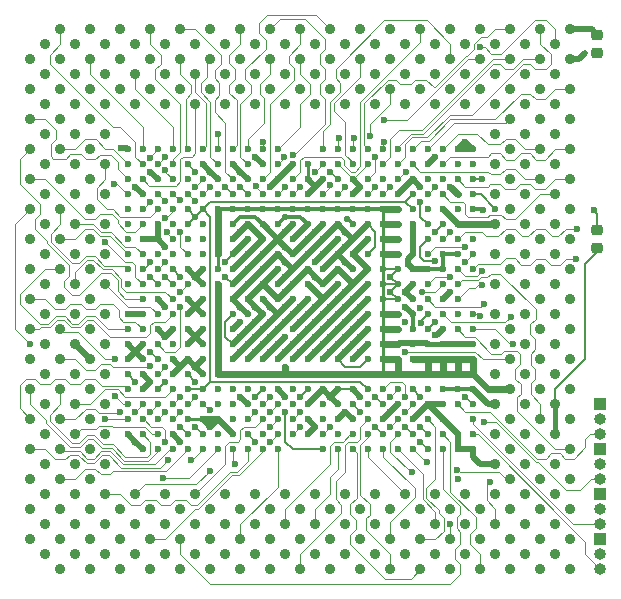
<source format=gbr>
%TF.GenerationSoftware,KiCad,Pcbnew,8.0.2*%
%TF.CreationDate,2024-05-13T17:43:00+03:00*%
%TF.ProjectId,MobileAdapter,4d6f6269-6c65-4416-9461-707465722e6b,rev?*%
%TF.SameCoordinates,Original*%
%TF.FileFunction,Copper,L1,Top*%
%TF.FilePolarity,Positive*%
%FSLAX46Y46*%
G04 Gerber Fmt 4.6, Leading zero omitted, Abs format (unit mm)*
G04 Created by KiCad (PCBNEW 8.0.2) date 2024-05-13 17:43:00*
%MOMM*%
%LPD*%
G01*
G04 APERTURE LIST*
G04 Aperture macros list*
%AMRoundRect*
0 Rectangle with rounded corners*
0 $1 Rounding radius*
0 $2 $3 $4 $5 $6 $7 $8 $9 X,Y pos of 4 corners*
0 Add a 4 corners polygon primitive as box body*
4,1,4,$2,$3,$4,$5,$6,$7,$8,$9,$2,$3,0*
0 Add four circle primitives for the rounded corners*
1,1,$1+$1,$2,$3*
1,1,$1+$1,$4,$5*
1,1,$1+$1,$6,$7*
1,1,$1+$1,$8,$9*
0 Add four rect primitives between the rounded corners*
20,1,$1+$1,$2,$3,$4,$5,0*
20,1,$1+$1,$4,$5,$6,$7,0*
20,1,$1+$1,$6,$7,$8,$9,0*
20,1,$1+$1,$8,$9,$2,$3,0*%
G04 Aperture macros list end*
%TA.AperFunction,Conductor*%
%ADD10C,0.200000*%
%TD*%
%TA.AperFunction,SMDPad,CuDef*%
%ADD11RoundRect,0.225000X0.250000X-0.225000X0.250000X0.225000X-0.250000X0.225000X-0.250000X-0.225000X0*%
%TD*%
%TA.AperFunction,SMDPad,CuDef*%
%ADD12RoundRect,0.225000X-0.250000X0.225000X-0.250000X-0.225000X0.250000X-0.225000X0.250000X0.225000X0*%
%TD*%
%TA.AperFunction,ComponentPad*%
%ADD13R,1.000000X1.000000*%
%TD*%
%TA.AperFunction,ComponentPad*%
%ADD14O,1.000000X1.000000*%
%TD*%
%TA.AperFunction,ComponentPad*%
%ADD15C,0.900000*%
%TD*%
%TA.AperFunction,SMDPad,CuDef*%
%ADD16C,0.600000*%
%TD*%
%TA.AperFunction,ViaPad*%
%ADD17C,0.600000*%
%TD*%
%TA.AperFunction,ViaPad*%
%ADD18C,0.550000*%
%TD*%
%TA.AperFunction,Conductor*%
%ADD19C,0.500000*%
%TD*%
%TA.AperFunction,Conductor*%
%ADD20C,0.100000*%
%TD*%
%TA.AperFunction,Conductor*%
%ADD21C,0.600000*%
%TD*%
%TA.AperFunction,Conductor*%
%ADD22C,0.300000*%
%TD*%
%TA.AperFunction,Conductor*%
%ADD23C,0.350000*%
%TD*%
%TA.AperFunction,Conductor*%
%ADD24C,0.400000*%
%TD*%
%TA.AperFunction,Conductor*%
%ADD25C,0.250000*%
%TD*%
%TA.AperFunction,Conductor*%
%ADD26C,0.470000*%
%TD*%
%TA.AperFunction,Conductor*%
%ADD27C,0.125000*%
%TD*%
G04 APERTURE END LIST*
D10*
%TO.N,VSS*%
X105410000Y-102235000D02*
X104775000Y-101600000D01*
X106045000Y-101600000D01*
X105410000Y-102235000D01*
%TA.AperFunction,Conductor*%
G36*
X105410000Y-102235000D02*
G01*
X104775000Y-101600000D01*
X106045000Y-101600000D01*
X105410000Y-102235000D01*
G37*
%TD.AperFunction*%
%TD*%
D11*
%TO.P,R12,2*%
%TO.N,VSS*%
X138176000Y-69075000D03*
%TO.P,R12,1*%
%TO.N,Net-(PGA1-PadCPUPRES)*%
X138176000Y-70625000D03*
%TD*%
D12*
%TO.P,R1,2*%
%TO.N,Net-(PGA1-V_1.5)*%
X138176000Y-87135000D03*
%TO.P,R1,1*%
%TO.N,Net-(R1-Pad1)*%
X138176000Y-85585000D03*
%TD*%
D13*
%TO.P,J4,1,Pin_1*%
%TO.N,VSS*%
X138430000Y-100330000D03*
D14*
%TO.P,J4,2,Pin_2*%
%TO.N,VID3*%
X138430000Y-101600000D03*
%TO.P,J4,3,Pin_3*%
%TO.N,VID3_M*%
X138430000Y-102870000D03*
%TD*%
D13*
%TO.P,J2,1,Pin_1*%
%TO.N,VSS*%
X138430000Y-107950000D03*
D14*
%TO.P,J2,2,Pin_2*%
%TO.N,VID1*%
X138430000Y-109220000D03*
%TO.P,J2,3,Pin_3*%
%TO.N,VID1_M*%
X138430000Y-110490000D03*
%TD*%
D13*
%TO.P,J1,1,Pin_1*%
%TO.N,VSS*%
X138430000Y-111760000D03*
D14*
%TO.P,J1,2,Pin_2*%
%TO.N,VID0*%
X138430000Y-113030000D03*
%TO.P,J1,3,Pin_3*%
%TO.N,VID0_M*%
X138430000Y-114300000D03*
%TD*%
D13*
%TO.P,J3,1,Pin_1*%
%TO.N,VSS*%
X138430000Y-104140000D03*
D14*
%TO.P,J3,2,Pin_2*%
%TO.N,VID2*%
X138430000Y-105410000D03*
%TO.P,J3,3,Pin_3*%
%TO.N,VID2_M*%
X138430000Y-106680000D03*
%TD*%
D15*
%TO.P,PGA1,A3,A3*%
%TO.N,A3*%
X99060000Y-110490000D03*
%TO.P,PGA1,A4,A4*%
%TO.N,A4*%
X104140000Y-107950000D03*
%TO.P,PGA1,A5,A5*%
%TO.N,A5*%
X99060000Y-107950000D03*
%TO.P,PGA1,A6,A6*%
%TO.N,A6*%
X100330000Y-114300000D03*
%TO.P,PGA1,A7,A7*%
%TO.N,A7*%
X107950000Y-111760000D03*
%TO.P,PGA1,A8,A8*%
%TO.N,A8*%
X101600000Y-107950000D03*
%TO.P,PGA1,A9,A9*%
%TO.N,A9*%
X100330000Y-111760000D03*
%TO.P,PGA1,A10,A10*%
%TO.N,A10*%
X96520000Y-107950000D03*
%TO.P,PGA1,A11,A11*%
%TO.N,A11*%
X101600000Y-110490000D03*
%TO.P,PGA1,A12,A12*%
%TO.N,A12*%
X95250000Y-114300000D03*
%TO.P,PGA1,A13,A13*%
%TO.N,A13*%
X97790000Y-111760000D03*
%TO.P,PGA1,A14,A14*%
%TO.N,A14*%
X106680000Y-110490000D03*
%TO.P,PGA1,A15,A15*%
%TO.N,A15*%
X95250000Y-111760000D03*
%TO.P,PGA1,A16,A16*%
%TO.N,A16*%
X97790000Y-114300000D03*
%TO.P,PGA1,A17,A17*%
%TO.N,A17*%
X90170000Y-104140000D03*
%TO.P,PGA1,A18,A18*%
%TO.N,A18*%
X96520000Y-97790000D03*
%TO.P,PGA1,A19,A19*%
%TO.N,A19*%
X92710000Y-106680000D03*
%TO.P,PGA1,A20,A20*%
%TO.N,A20*%
X92710000Y-101600000D03*
%TO.P,PGA1,A20M,A20M*%
%TO.N,A20M*%
X130810000Y-104140000D03*
%TO.P,PGA1,A21,A21*%
%TO.N,A21*%
X90170000Y-109220000D03*
%TO.P,PGA1,A22,A22*%
%TO.N,A22*%
X92710000Y-104140000D03*
%TO.P,PGA1,A23,A23*%
%TO.N,A23*%
X96520000Y-100330000D03*
%TO.P,PGA1,A24,A24*%
%TO.N,A24*%
X93980000Y-100330000D03*
%TO.P,PGA1,A25,A25*%
%TO.N,A25*%
X96520000Y-105410000D03*
%TO.P,PGA1,A26,A26*%
%TO.N,A26*%
X92710000Y-96520000D03*
%TO.P,PGA1,A27,A27*%
%TO.N,A27*%
X90170000Y-99060000D03*
%TO.P,PGA1,A28,A28*%
%TO.N,A28*%
X96520000Y-110490000D03*
%TO.P,PGA1,A29,A29*%
%TO.N,A29*%
X93980000Y-97790000D03*
%TO.P,PGA1,A30,A30*%
%TO.N,A30*%
X92710000Y-99060000D03*
%TO.P,PGA1,A31,A31*%
%TO.N,A31*%
X93980000Y-102870000D03*
%TO.P,PGA1,A32,A32*%
%TO.N,A32*%
X96520000Y-95250000D03*
%TO.P,PGA1,A33,A33*%
%TO.N,A33*%
X90170000Y-101600000D03*
%TO.P,PGA1,A34,A34*%
%TO.N,A34*%
X92710000Y-93980000D03*
%TO.P,PGA1,A35,A35*%
%TO.N,A35*%
X93980000Y-105410000D03*
%TO.P,PGA1,ADS,ADS*%
%TO.N,ADS*%
X128270000Y-114300000D03*
%TO.P,PGA1,AERR,AERR*%
%TO.N,AERR*%
X119380000Y-110490000D03*
%TO.P,PGA1,AP0,AP0*%
%TO.N,AP0*%
X102870000Y-111760000D03*
%TO.P,PGA1,AP1,AP1*%
%TO.N,AP1*%
X105410000Y-114300000D03*
%TO.P,PGA1,BCLK,BCLK*%
%TO.N,BCLK*%
X135890000Y-93980000D03*
%TO.P,PGA1,BERR,BERR*%
%TO.N,BERR*%
X93980000Y-92710000D03*
%TO.P,PGA1,BINIT,BINIT*%
%TO.N,BINIT*%
X134620000Y-69850000D03*
%TO.P,PGA1,BNR,BNR*%
%TO.N,BNR*%
X106680000Y-107950000D03*
%TO.P,PGA1,BP2,BP2*%
%TO.N,BP2*%
X130810000Y-76200000D03*
%TO.P,PGA1,BP3,BP3*%
%TO.N,BP3*%
X135890000Y-73660000D03*
%TO.P,PGA1,BPM0,BPM0*%
%TO.N,BPM0*%
X133350000Y-71120000D03*
%TO.P,PGA1,BPM1,BPM1*%
%TO.N,BPM1*%
X133350000Y-73660000D03*
%TO.P,PGA1,BPRI,BPRI*%
%TO.N,BPRI*%
X110490000Y-114300000D03*
%TO.P,PGA1,BR0,BR0*%
%TO.N,BR0*%
X125730000Y-114300000D03*
%TO.P,PGA1,BR1,BR1*%
%TO.N,BR1*%
X91440000Y-95250000D03*
%TO.P,PGA1,BSEL0,BSEL0*%
%TO.N,BSEL0*%
X130810000Y-109220000D03*
%TO.P,PGA1,BSEL1,BSEL1*%
%TO.N,BSEL1*%
X128270000Y-109220000D03*
%TO.P,PGA1,CLKREF,CLKREF*%
%TO.N,CLKREF*%
X130810000Y-96520000D03*
%TO.P,PGA1,CPUPRES,CPUPRES*%
%TO.N,Net-(PGA1-PadCPUPRES)*%
X135890000Y-71120000D03*
%TO.P,PGA1,D0,D0*%
%TO.N,D0*%
X90170000Y-93980000D03*
%TO.P,PGA1,D1,D1*%
%TO.N,D1*%
X93980000Y-90170000D03*
%TO.P,PGA1,D2,D2*%
%TO.N,D2*%
X90170000Y-83820000D03*
%TO.P,PGA1,D3,D3*%
%TO.N,D3*%
X96520000Y-82550000D03*
%TO.P,PGA1,D4,D4*%
%TO.N,D4*%
X90170000Y-91440000D03*
%TO.P,PGA1,D5,D5*%
%TO.N,D5*%
X92710000Y-88900000D03*
%TO.P,PGA1,D6,D6*%
%TO.N,D6*%
X96520000Y-90170000D03*
%TO.P,PGA1,D7,D7*%
%TO.N,D7*%
X90170000Y-78740000D03*
%TO.P,PGA1,D8,D8*%
%TO.N,D8*%
X90170000Y-88900000D03*
%TO.P,PGA1,D9,D9*%
%TO.N,D9*%
X96520000Y-85090000D03*
%TO.P,PGA1,D10,D10*%
%TO.N,D10*%
X92710000Y-86360000D03*
%TO.P,PGA1,D11,D11*%
%TO.N,D11*%
X93980000Y-82550000D03*
%TO.P,PGA1,D12,D12*%
%TO.N,D12*%
X90170000Y-86360000D03*
%TO.P,PGA1,D13,D13*%
%TO.N,D13*%
X90170000Y-81280000D03*
%TO.P,PGA1,D14,D14*%
%TO.N,D14*%
X92710000Y-83820000D03*
%TO.P,PGA1,D15,D15*%
%TO.N,D15*%
X92710000Y-91440000D03*
%TO.P,PGA1,D16,D16*%
%TO.N,D16*%
X93980000Y-77470000D03*
%TO.P,PGA1,D17,D17*%
%TO.N,D17*%
X93980000Y-87630000D03*
%TO.P,PGA1,D18,D18*%
%TO.N,D18*%
X93980000Y-85090000D03*
%TO.P,PGA1,D19,D19*%
%TO.N,D19*%
X96520000Y-77470000D03*
%TO.P,PGA1,D20,D20*%
%TO.N,D20*%
X92710000Y-81280000D03*
%TO.P,PGA1,D21,D21*%
%TO.N,D21*%
X90170000Y-76200000D03*
%TO.P,PGA1,D22,D22*%
%TO.N,D22*%
X99060000Y-74930000D03*
%TO.P,PGA1,D23,D23*%
%TO.N,D23*%
X92710000Y-76200000D03*
%TO.P,PGA1,D24,D24*%
%TO.N,D24*%
X96520000Y-80010000D03*
%TO.P,PGA1,D25,D25*%
%TO.N,D25*%
X92710000Y-73660000D03*
%TO.P,PGA1,D26,D26*%
%TO.N,D26*%
X90170000Y-73660000D03*
%TO.P,PGA1,D27,D27*%
%TO.N,D27*%
X104140000Y-74930000D03*
%TO.P,PGA1,D28,D28*%
%TO.N,D28*%
X95250000Y-68580000D03*
%TO.P,PGA1,D29,D29*%
%TO.N,D29*%
X92710000Y-68580000D03*
%TO.P,PGA1,D30,D30*%
%TO.N,D30*%
X92710000Y-78740000D03*
%TO.P,PGA1,D31,D31*%
%TO.N,D31*%
X95250000Y-71120000D03*
%TO.P,PGA1,D32,D32*%
%TO.N,D32*%
X96520000Y-74930000D03*
%TO.P,PGA1,D33,D33*%
%TO.N,D33*%
X90170000Y-71120000D03*
%TO.P,PGA1,D34,D34*%
%TO.N,D34*%
X97790000Y-71120000D03*
%TO.P,PGA1,D35,D35*%
%TO.N,D35*%
X91440000Y-69850000D03*
%TO.P,PGA1,D36,D36*%
%TO.N,D36*%
X100330000Y-71120000D03*
%TO.P,PGA1,D37,D37*%
%TO.N,D37*%
X100330000Y-68580000D03*
%TO.P,PGA1,D38,D38*%
%TO.N,D38*%
X99060000Y-72390000D03*
%TO.P,PGA1,D39,D39*%
%TO.N,D39*%
X101600000Y-72390000D03*
%TO.P,PGA1,D40,D40*%
%TO.N,D40*%
X107950000Y-71120000D03*
%TO.P,PGA1,D41,D41*%
%TO.N,D41*%
X106680000Y-72390000D03*
%TO.P,PGA1,D42,D42*%
%TO.N,D42*%
X104140000Y-72390000D03*
%TO.P,PGA1,D43,D43*%
%TO.N,D43*%
X97790000Y-68580000D03*
%TO.P,PGA1,D44,D44*%
%TO.N,D44*%
X102870000Y-68580000D03*
%TO.P,PGA1,D45,D45*%
%TO.N,D45*%
X102870000Y-71120000D03*
%TO.P,PGA1,D46,D46*%
%TO.N,D46*%
X115570000Y-68580000D03*
%TO.P,PGA1,D47,D47*%
%TO.N,D47*%
X107950000Y-68580000D03*
%TO.P,PGA1,D48,D48*%
%TO.N,D48*%
X110490000Y-68580000D03*
%TO.P,PGA1,D49,D49*%
%TO.N,D49*%
X105410000Y-71120000D03*
%TO.P,PGA1,D50,D50*%
%TO.N,D50*%
X120650000Y-71120000D03*
%TO.P,PGA1,D51,D51*%
%TO.N,D51*%
X105410000Y-68580000D03*
%TO.P,PGA1,D52,D52*%
%TO.N,D52*%
X109220000Y-72390000D03*
%TO.P,PGA1,D53,D53*%
%TO.N,D53*%
X118110000Y-68580000D03*
%TO.P,PGA1,D54,D54*%
%TO.N,D54*%
X115570000Y-71120000D03*
%TO.P,PGA1,D55,D55*%
%TO.N,D55*%
X113030000Y-71120000D03*
%TO.P,PGA1,D56,D56*%
%TO.N,D56*%
X123190000Y-71120000D03*
%TO.P,PGA1,D57,D57*%
%TO.N,D57*%
X113030000Y-68580000D03*
%TO.P,PGA1,D58,D58*%
%TO.N,D58*%
X118110000Y-71120000D03*
%TO.P,PGA1,D59,D59*%
%TO.N,D59*%
X110490000Y-71120000D03*
%TO.P,PGA1,D60,D60*%
%TO.N,D60*%
X120650000Y-68580000D03*
%TO.P,PGA1,D61,D61*%
%TO.N,D61*%
X123190000Y-68580000D03*
%TO.P,PGA1,D62,D62*%
%TO.N,D62*%
X120650000Y-73660000D03*
%TO.P,PGA1,D63,D63*%
%TO.N,D63*%
X109220000Y-74930000D03*
%TO.P,PGA1,DBSY,DBSY*%
%TO.N,DBSY*%
X123190000Y-111760000D03*
%TO.P,PGA1,DEFER,DEFER*%
%TO.N,DEFER*%
X113030000Y-114300000D03*
%TO.P,PGA1,DEP0,DEP0*%
%TO.N,DEP0*%
X130810000Y-71120000D03*
%TO.P,PGA1,DEP1,DEP1*%
%TO.N,DEP1*%
X128270000Y-71120000D03*
%TO.P,PGA1,DEP2,DEP2*%
%TO.N,DEP2*%
X130810000Y-68580000D03*
%TO.P,PGA1,DEP3,DEP3*%
%TO.N,DEP3*%
X128270000Y-68580000D03*
%TO.P,PGA1,DEP4,DEP4*%
%TO.N,DEP4*%
X128270000Y-73660000D03*
%TO.P,PGA1,DEP5,DEP5*%
%TO.N,DEP5*%
X125730000Y-71120000D03*
%TO.P,PGA1,DEP6,DEP6*%
%TO.N,DEP6*%
X125730000Y-73660000D03*
%TO.P,PGA1,DEP7,DEP7*%
%TO.N,DEP7*%
X125730000Y-68580000D03*
%TO.P,PGA1,DRDY,DRDY*%
%TO.N,DRDY*%
X123190000Y-114300000D03*
%TO.P,PGA1,EDGCTRL,EDGCTRL*%
%TO.N,EDGECTRL*%
X90170000Y-106680000D03*
%TO.P,PGA1,FERR,FERR*%
%TO.N,FERR*%
X133350000Y-101600000D03*
%TO.P,PGA1,FLUSH,FLUSH*%
%TO.N,FLUSH*%
X135890000Y-104140000D03*
%TO.P,PGA1,HIT,HIT*%
%TO.N,HIT*%
X120650000Y-111760000D03*
%TO.P,PGA1,HITM,HITM*%
%TO.N,HITM*%
X118110000Y-111760000D03*
%TO.P,PGA1,IERR,IERR*%
%TO.N,IERR*%
X133350000Y-104140000D03*
%TO.P,PGA1,IGNNE,IGNNE*%
%TO.N,IGNNE*%
X135890000Y-106680000D03*
%TO.P,PGA1,INIT,INIT*%
%TO.N,INIT*%
X130810000Y-106680000D03*
%TO.P,PGA1,LINT0,LINT0/INTR*%
%TO.N,LINIT0*%
X134620000Y-82550000D03*
%TO.P,PGA1,LINT1,LINT1/NMI*%
%TO.N,LINIT1*%
X135890000Y-81280000D03*
%TO.P,PGA1,LOCK,LOCK*%
%TO.N,LOCK*%
X114300000Y-110490000D03*
%TO.P,PGA1,PICCLK,PICCLK*%
%TO.N,PICCLK*%
X130810000Y-78740000D03*
%TO.P,PGA1,PICD0,PICD0*%
%TO.N,PICD0*%
X133350000Y-78740000D03*
%TO.P,PGA1,PICD1,PICD1*%
%TO.N,PICD1*%
X133350000Y-81280000D03*
%TO.P,PGA1,PLL1,PLL1*%
%TO.N,PLL1*%
X130810000Y-93980000D03*
%TO.P,PGA1,PLL2,PLL2*%
%TO.N,PLL2*%
X130810000Y-91440000D03*
%TO.P,PGA1,PRDY,PRDY*%
%TO.N,PRDY*%
X133350000Y-68580000D03*
%TO.P,PGA1,PREQ,PREQ*%
%TO.N,PREQ*%
X135890000Y-78740000D03*
%TO.P,PGA1,PWRGD,PWRGD*%
%TO.N,PWRGD*%
X121920000Y-110490000D03*
%TO.P,PGA1,REQ0,REQ0*%
%TO.N,REQ0*%
X111760000Y-110490000D03*
%TO.P,PGA1,REQ1,REQ1*%
%TO.N,REQ1*%
X109220000Y-107950000D03*
%TO.P,PGA1,REQ2,REQ2*%
%TO.N,REQ2*%
X111760000Y-107950000D03*
%TO.P,PGA1,REQ3,REQ3*%
%TO.N,REQ3*%
X113030000Y-111760000D03*
%TO.P,PGA1,REQ4,REQ4*%
%TO.N,REQ4*%
X110490000Y-111760000D03*
%TO.P,PGA1,RESET,RESET*%
%TO.N,RESET*%
X93980000Y-107950000D03*
%TO.P,PGA1,RESET2,RESET2*%
%TO.N,VSS*%
X93980000Y-95250000D03*
%TO.P,PGA1,RP,RP*%
%TO.N,RP*%
X118110000Y-114300000D03*
%TO.P,PGA1,RS0,RS0*%
%TO.N,RS0*%
X121920000Y-107950000D03*
%TO.P,PGA1,RS1,RS1*%
%TO.N,RS1*%
X116840000Y-107950000D03*
%TO.P,PGA1,RS2,RS2*%
%TO.N,RS2*%
X124460000Y-110490000D03*
%TO.P,PGA1,RSP,RSP*%
%TO.N,RSP*%
X135890000Y-101600000D03*
%TO.P,PGA1,RSV,RSV*%
%TO.N,unconnected-(PGA1-PadRSV)*%
X90170000Y-96520000D03*
X91440000Y-87630000D03*
X91440000Y-113030000D03*
X101600000Y-74930000D03*
X115570000Y-73660000D03*
X127000000Y-110490000D03*
X130810000Y-81280000D03*
X130810000Y-83820000D03*
X130810000Y-86360000D03*
X132080000Y-95250000D03*
X133350000Y-83820000D03*
X133350000Y-86360000D03*
X133350000Y-93980000D03*
X135890000Y-76200000D03*
X135890000Y-83820000D03*
X135890000Y-86360000D03*
%TO.P,PGA1,RTTCTRL,RTTCTRL*%
%TO.N,RTTCTRL*%
X133350000Y-88900000D03*
%TO.P,PGA1,SLEWCTRL,SLEWCTRL*%
%TO.N,unconnected-(PGA1-PadSLEWCTRL)*%
X123190000Y-73660000D03*
%TO.P,PGA1,SLP,SLP*%
%TO.N,SLP*%
X127000000Y-107950000D03*
%TO.P,PGA1,SMI,SMI*%
%TO.N,SMI*%
X133350000Y-109220000D03*
%TO.P,PGA1,STPCLK,STPCLK*%
%TO.N,STPCLK*%
X133350000Y-106680000D03*
%TO.P,PGA1,TCK,TCK*%
%TO.N,TCK*%
X130810000Y-111760000D03*
%TO.P,PGA1,TDI,TDI*%
%TO.N,TDI*%
X133350000Y-114300000D03*
%TO.P,PGA1,TDO,TDO*%
%TO.N,TDO*%
X135890000Y-114300000D03*
%TO.P,PGA1,THERMDN,THERMDN*%
%TO.N,THERMDC*%
X125730000Y-111760000D03*
%TO.P,PGA1,THERMDP,THERMDP*%
%TO.N,THERMDA*%
X128270000Y-111760000D03*
%TO.P,PGA1,THERMTRIP,THERMTRIP*%
%TO.N,unconnected-(PGA1-PadTHERMTRIP)*%
X124460000Y-107950000D03*
%TO.P,PGA1,TMS,TMS*%
%TO.N,TMS*%
X129540000Y-110490000D03*
%TO.P,PGA1,TRDY,TRDY*%
%TO.N,TRDY*%
X120650000Y-114300000D03*
%TO.P,PGA1,TRST,TRST*%
%TO.N,TRST*%
X130810000Y-114300000D03*
%TO.P,PGA1,VCC,VCC*%
%TO.N,VCC*%
X91440000Y-74930000D03*
X91440000Y-80010000D03*
X91440000Y-85090000D03*
X91440000Y-90170000D03*
X91440000Y-100330000D03*
X91440000Y-105410000D03*
X91440000Y-110490000D03*
X92710000Y-71120000D03*
X93980000Y-74930000D03*
X93980000Y-113030000D03*
X95250000Y-73660000D03*
X95250000Y-78740000D03*
X95250000Y-83820000D03*
X95250000Y-88900000D03*
X95250000Y-93980000D03*
X95250000Y-99060000D03*
X95250000Y-104140000D03*
X95250000Y-109220000D03*
X96520000Y-69850000D03*
X96520000Y-72390000D03*
X99060000Y-113030000D03*
X100330000Y-73660000D03*
X100330000Y-109220000D03*
X101600000Y-69850000D03*
X104140000Y-113030000D03*
X105410000Y-73660000D03*
X105410000Y-109220000D03*
X106680000Y-69850000D03*
X106680000Y-74930000D03*
X109220000Y-113030000D03*
X110490000Y-73660000D03*
X110490000Y-109220000D03*
X111760000Y-69850000D03*
X114300000Y-72390000D03*
X114300000Y-113030000D03*
X115570000Y-109220000D03*
X116840000Y-69850000D03*
X116840000Y-74930000D03*
X119380000Y-72390000D03*
X119380000Y-107950000D03*
X119380000Y-113030000D03*
X120650000Y-109220000D03*
X121920000Y-69850000D03*
X121920000Y-74930000D03*
X124460000Y-72390000D03*
X124460000Y-113030000D03*
X125730000Y-109220000D03*
X127000000Y-69850000D03*
X127000000Y-74930000D03*
X129540000Y-72390000D03*
X129540000Y-77470000D03*
X129540000Y-80010000D03*
X129540000Y-82550000D03*
X129540000Y-87630000D03*
X129540000Y-92710000D03*
X129540000Y-97790000D03*
X129540000Y-102870000D03*
X129540000Y-107950000D03*
X129540000Y-113030000D03*
X132080000Y-69850000D03*
X132080000Y-74930000D03*
X132080000Y-80010000D03*
X132080000Y-85090000D03*
X132080000Y-90170000D03*
X132080000Y-100330000D03*
X132080000Y-105410000D03*
X132080000Y-110490000D03*
X133350000Y-96520000D03*
X134620000Y-72390000D03*
X134620000Y-77470000D03*
X134620000Y-87630000D03*
X134620000Y-92710000D03*
X134620000Y-107950000D03*
X135890000Y-99060000D03*
%TO.P,PGA1,VCC1.5,V_1.5*%
%TO.N,Net-(PGA1-V_1.5)*%
X134620000Y-102870000D03*
%TO.P,PGA1,VCC2.5,V_2.5*%
%TO.N,unconnected-(PGA1-V_2.5-PadVCC2.5)*%
X134620000Y-97790000D03*
%TO.P,PGA1,VCCCMOS,VCCCMOS*%
%TO.N,Net-(PGA1-V_1.5)*%
X134620000Y-100330000D03*
%TO.P,PGA1,VID0,VID0*%
%TO.N,VID0*%
X133350000Y-111760000D03*
%TO.P,PGA1,VID1,VID1*%
%TO.N,VID1*%
X134620000Y-113030000D03*
%TO.P,PGA1,VID2,VID2*%
%TO.N,VID2*%
X135890000Y-111760000D03*
%TO.P,PGA1,VID3,VID3*%
%TO.N,VID3*%
X135890000Y-109220000D03*
%TO.P,PGA1,VREF0,VREF0*%
%TO.N,VREF*%
X130810000Y-73660000D03*
%TO.P,PGA1,VREF1,VREF1*%
X111760000Y-74930000D03*
%TO.P,PGA1,VREF2,VREF2*%
X93980000Y-80010000D03*
%TO.P,PGA1,VREF3,VREF3*%
X96520000Y-87630000D03*
%TO.P,PGA1,VREF4,VREF4*%
X96520000Y-92710000D03*
%TO.P,PGA1,VREF5,VREF5*%
X96520000Y-102870000D03*
%TO.P,PGA1,VREF6,VREF6*%
X104140000Y-110490000D03*
%TO.P,PGA1,VREF7,VREF7*%
X116840000Y-110490000D03*
%TO.P,PGA1,VSS,VSS*%
%TO.N,VSS*%
X90170000Y-111760000D03*
X91440000Y-72390000D03*
X91440000Y-77470000D03*
X91440000Y-82550000D03*
X91440000Y-92710000D03*
X91440000Y-97790000D03*
X91440000Y-102870000D03*
X91440000Y-107950000D03*
X92710000Y-109220000D03*
X92710000Y-111760000D03*
X92710000Y-114300000D03*
X93980000Y-69850000D03*
X93980000Y-72390000D03*
X93980000Y-110490000D03*
X95250000Y-76200000D03*
X95250000Y-81280000D03*
X95250000Y-86360000D03*
X95250000Y-91440000D03*
X95250000Y-96520000D03*
X95250000Y-101600000D03*
X95250000Y-106680000D03*
X96520000Y-113030000D03*
X97790000Y-73660000D03*
X97790000Y-109220000D03*
X99060000Y-69850000D03*
X101600000Y-113030000D03*
X102870000Y-73660000D03*
X102870000Y-109220000D03*
X104140000Y-69850000D03*
X106680000Y-113030000D03*
X107950000Y-73660000D03*
X107950000Y-109220000D03*
X109220000Y-69850000D03*
X111760000Y-72390000D03*
X111760000Y-113030000D03*
X113030000Y-73660000D03*
X113030000Y-109220000D03*
X114300000Y-69850000D03*
X114300000Y-74930000D03*
X116840000Y-72390000D03*
X116840000Y-113030000D03*
X118110000Y-109220000D03*
X119380000Y-69850000D03*
X119380000Y-74930000D03*
X121920000Y-72390000D03*
X121920000Y-113030000D03*
X123190000Y-109220000D03*
X124460000Y-69850000D03*
X124460000Y-74930000D03*
X127000000Y-72390000D03*
X127000000Y-113030000D03*
X129540000Y-69850000D03*
X129540000Y-74930000D03*
X129540000Y-85090000D03*
X129540000Y-90170000D03*
X129540000Y-95250000D03*
X129540000Y-100330000D03*
X129540000Y-105410000D03*
X130810000Y-101600000D03*
X132080000Y-72390000D03*
X132080000Y-77470000D03*
X132080000Y-82550000D03*
X132080000Y-87630000D03*
X132080000Y-92710000D03*
X132080000Y-97790000D03*
X132080000Y-102870000D03*
X132080000Y-107950000D03*
X132080000Y-113030000D03*
X134620000Y-74930000D03*
X134620000Y-80010000D03*
X134620000Y-85090000D03*
X134620000Y-90170000D03*
X134620000Y-95250000D03*
X134620000Y-105410000D03*
X134620000Y-110490000D03*
X135890000Y-68580000D03*
X135890000Y-96520000D03*
%TO.P,PGA1,VTT,VTT*%
%TO.N,VTT*%
X102870000Y-114300000D03*
X105410000Y-111760000D03*
X107950000Y-114300000D03*
X109220000Y-110490000D03*
X114300000Y-107950000D03*
X115570000Y-111760000D03*
X115570000Y-114300000D03*
X118110000Y-73660000D03*
X130810000Y-88900000D03*
X130810000Y-99060000D03*
X133350000Y-76200000D03*
X133350000Y-91440000D03*
X133350000Y-99060000D03*
X135890000Y-88900000D03*
X135890000Y-91440000D03*
%TD*%
D16*
%TO.P,micro-PGA1,A3,A3*%
%TO.N,A3*%
X111125000Y-101600000D03*
%TO.P,micro-PGA1,A4,A4*%
%TO.N,A4*%
X109855000Y-101600000D03*
%TO.P,micro-PGA1,A5,A5*%
%TO.N,A5*%
X108585000Y-102870000D03*
%TO.P,micro-PGA1,A6,A6*%
%TO.N,A6*%
X111125000Y-100330000D03*
%TO.P,micro-PGA1,A7,A7*%
%TO.N,A7*%
X111125000Y-104140000D03*
%TO.P,micro-PGA1,A8,A8*%
%TO.N,A8*%
X109855000Y-99060000D03*
%TO.P,micro-PGA1,A9,A9*%
%TO.N,A9*%
X109855000Y-104140000D03*
%TO.P,micro-PGA1,A10,A10*%
%TO.N,A10*%
X108585000Y-104140000D03*
%TO.P,micro-PGA1,A11,A11*%
%TO.N,A11*%
X108585000Y-101600000D03*
%TO.P,micro-PGA1,A12,A12*%
%TO.N,A12*%
X109855000Y-100330000D03*
%TO.P,micro-PGA1,A13,A13*%
%TO.N,A13*%
X106045000Y-104140000D03*
%TO.P,micro-PGA1,A14,A14*%
%TO.N,A14*%
X107315000Y-104140000D03*
%TO.P,micro-PGA1,A15,A15*%
%TO.N,A15*%
X103505000Y-100330000D03*
%TO.P,micro-PGA1,A16,A16*%
%TO.N,A16*%
X104775000Y-104140000D03*
%TO.P,micro-PGA1,A17,A17*%
%TO.N,A17*%
X104775000Y-100330000D03*
%TO.P,micro-PGA1,A18,A18*%
%TO.N,A18*%
X104775000Y-102870000D03*
%TO.P,micro-PGA1,A19,A19*%
%TO.N,A19*%
X103505000Y-104140000D03*
%TO.P,micro-PGA1,A20,A20*%
%TO.N,A20*%
X100965000Y-100330000D03*
%TO.P,micro-PGA1,A20M,A20M*%
%TO.N,A20M*%
X127635000Y-92710000D03*
%TO.P,micro-PGA1,A21,A21*%
%TO.N,A21*%
X102235000Y-101600000D03*
%TO.P,micro-PGA1,A22,A22*%
%TO.N,A22*%
X102235000Y-104140000D03*
%TO.P,micro-PGA1,A23,A23*%
%TO.N,A23*%
X103505000Y-102870000D03*
%TO.P,micro-PGA1,A24,A24*%
%TO.N,A24*%
X102235000Y-99060000D03*
%TO.P,micro-PGA1,A25,A25*%
%TO.N,A25*%
X102235000Y-100330000D03*
%TO.P,micro-PGA1,A26,A26*%
%TO.N,A26*%
X100965000Y-101600000D03*
%TO.P,micro-PGA1,A27,A27*%
%TO.N,A27*%
X100965000Y-104140000D03*
%TO.P,micro-PGA1,A28,A28*%
%TO.N,A28*%
X99695000Y-101600000D03*
%TO.P,micro-PGA1,A29,A29*%
%TO.N,A29*%
X98425000Y-101600000D03*
%TO.P,micro-PGA1,A30,A30*%
%TO.N,A30*%
X99695000Y-102870000D03*
%TO.P,micro-PGA1,A31,A31*%
%TO.N,A31*%
X100965000Y-102870000D03*
%TO.P,micro-PGA1,A32,A32*%
%TO.N,A32*%
X98425000Y-100330000D03*
%TO.P,micro-PGA1,A33,A33*%
%TO.N,A33*%
X98425000Y-99060000D03*
%TO.P,micro-PGA1,A34,A34*%
%TO.N,A34*%
X99695000Y-100330000D03*
%TO.P,micro-PGA1,A35,A35*%
%TO.N,A35*%
X100965000Y-99060000D03*
%TO.P,micro-PGA1,ADS,ADS*%
%TO.N,ADS*%
X125095000Y-102870000D03*
%TO.P,micro-PGA1,AERR,AERR*%
%TO.N,AERR*%
X123825000Y-104140000D03*
%TO.P,micro-PGA1,AP0,AP0*%
%TO.N,AP0*%
X125095000Y-104140000D03*
%TO.P,micro-PGA1,AP1,AP1*%
%TO.N,AP1*%
X122555000Y-102870000D03*
%TO.P,micro-PGA1,BCLK,BCLK*%
%TO.N,BCLK*%
X112395000Y-101600000D03*
%TO.P,micro-PGA1,BERR,BERR*%
%TO.N,BERR*%
X103505000Y-97790000D03*
%TO.P,micro-PGA1,BINIT,BINIT*%
%TO.N,BINIT*%
X120015000Y-78740000D03*
%TO.P,micro-PGA1,BNR,BNR*%
%TO.N,BNR*%
X117475000Y-100330000D03*
%TO.P,micro-PGA1,BP2,BP2*%
%TO.N,BP2*%
X123825000Y-78740000D03*
%TO.P,micro-PGA1,BP3,BP3*%
%TO.N,BP3*%
X122555000Y-78740000D03*
%TO.P,micro-PGA1,BPM0,BPM0*%
%TO.N,BPM0*%
X121285000Y-78740000D03*
%TO.P,micro-PGA1,BPM1,BPM1*%
%TO.N,BPM1*%
X121285000Y-81280000D03*
%TO.P,micro-PGA1,BPRI,BPRI*%
%TO.N,BPRI*%
X118745000Y-100330000D03*
%TO.P,micro-PGA1,BREQ0,BREQ0*%
%TO.N,unconnected-(micro-PGA1-PadBREQ0)*%
X100965000Y-97790000D03*
%TO.P,micro-PGA1,BSEL0,BSEL0*%
%TO.N,Net-(R5-Pad1)*%
X123825000Y-90170000D03*
%TO.P,micro-PGA1,BSEL1,BSEL1*%
%TO.N,Net-(R6-Pad1)*%
X125095000Y-86360000D03*
%TO.P,micro-PGA1,CLKREF,CLKREF*%
%TO.N,CLKREF*%
X114935000Y-102870000D03*
%TO.P,micro-PGA1,CMOSREF,CMOSREF*%
%TO.N,Net-(R1-Pad1)*%
X123825000Y-93980000D03*
X127635000Y-82550000D03*
%TO.P,micro-PGA1,D0,D0*%
%TO.N,D0*%
X102235000Y-92710000D03*
%TO.P,micro-PGA1,D1,D1*%
%TO.N,D1*%
X102235000Y-91440000D03*
%TO.P,micro-PGA1,D2,D2*%
%TO.N,D2*%
X100965000Y-96520000D03*
%TO.P,micro-PGA1,D3,D3*%
%TO.N,D3*%
X100965000Y-95250000D03*
%TO.P,micro-PGA1,D4,D4*%
%TO.N,D4*%
X99695000Y-93980000D03*
%TO.P,micro-PGA1,D5,D5*%
%TO.N,D5*%
X98425000Y-93980000D03*
%TO.P,micro-PGA1,D6,D6*%
%TO.N,D6*%
X100965000Y-92710000D03*
%TO.P,micro-PGA1,D7,D7*%
%TO.N,D7*%
X99695000Y-91440000D03*
%TO.P,micro-PGA1,D8,D8*%
%TO.N,D8*%
X100965000Y-90170000D03*
%TO.P,micro-PGA1,D9,D9*%
%TO.N,D9*%
X99695000Y-88900000D03*
%TO.P,micro-PGA1,D10,D10*%
%TO.N,D10*%
X98425000Y-87630000D03*
%TO.P,micro-PGA1,D11,D11*%
%TO.N,D11*%
X99695000Y-90170000D03*
%TO.P,micro-PGA1,D12,D12*%
%TO.N,D12*%
X103505000Y-90170000D03*
%TO.P,micro-PGA1,D13,D13*%
%TO.N,D13*%
X99695000Y-85090000D03*
%TO.P,micro-PGA1,D14,D14*%
%TO.N,D14*%
X98425000Y-88900000D03*
%TO.P,micro-PGA1,D15,D15*%
%TO.N,D15*%
X102235000Y-88900000D03*
%TO.P,micro-PGA1,D16,D16*%
%TO.N,D16*%
X102235000Y-86360000D03*
%TO.P,micro-PGA1,D17,D17*%
%TO.N,D17*%
X102235000Y-90170000D03*
%TO.P,micro-PGA1,D18,D18*%
%TO.N,D18*%
X99695000Y-87630000D03*
%TO.P,micro-PGA1,D19,D19*%
%TO.N,D19*%
X103505000Y-87630000D03*
%TO.P,micro-PGA1,D20,D20*%
%TO.N,D20*%
X100965000Y-88900000D03*
%TO.P,micro-PGA1,D21,D21*%
%TO.N,D21*%
X98425000Y-81280000D03*
%TO.P,micro-PGA1,D22,D22*%
%TO.N,D22*%
X99695000Y-83820000D03*
%TO.P,micro-PGA1,D23,D23*%
%TO.N,D23*%
X98425000Y-82550000D03*
%TO.P,micro-PGA1,D24,D24*%
%TO.N,D24*%
X100965000Y-83820000D03*
%TO.P,micro-PGA1,D25,D25*%
%TO.N,D25*%
X102235000Y-83820000D03*
%TO.P,micro-PGA1,D26,D26*%
%TO.N,D26*%
X100965000Y-82550000D03*
%TO.P,micro-PGA1,D27,D27*%
%TO.N,D27*%
X99695000Y-81280000D03*
%TO.P,micro-PGA1,D28,D28*%
%TO.N,D28*%
X102235000Y-82550000D03*
%TO.P,micro-PGA1,D29,D29*%
%TO.N,D29*%
X99695000Y-80010000D03*
%TO.P,micro-PGA1,D30,D30*%
%TO.N,D30*%
X98425000Y-80010000D03*
%TO.P,micro-PGA1,D31,D31*%
%TO.N,D31*%
X99695000Y-78740000D03*
%TO.P,micro-PGA1,D32,D32*%
%TO.N,D32*%
X102235000Y-81280000D03*
%TO.P,micro-PGA1,D33,D33*%
%TO.N,D33*%
X100965000Y-78740000D03*
%TO.P,micro-PGA1,D34,D34*%
%TO.N,D34*%
X103505000Y-82550000D03*
%TO.P,micro-PGA1,D35,D35*%
%TO.N,D35*%
X100965000Y-80010000D03*
%TO.P,micro-PGA1,D36,D36*%
%TO.N,D36*%
X104775000Y-81280000D03*
%TO.P,micro-PGA1,D37,D37*%
%TO.N,D37*%
X102235000Y-80010000D03*
%TO.P,micro-PGA1,D38,D38*%
%TO.N,D38*%
X102235000Y-78740000D03*
%TO.P,micro-PGA1,D39,D39*%
%TO.N,D39*%
X107315000Y-82550000D03*
%TO.P,micro-PGA1,D40,D40*%
%TO.N,D40*%
X104775000Y-82550000D03*
%TO.P,micro-PGA1,D41,D41*%
%TO.N,D41*%
X108585000Y-82550000D03*
%TO.P,micro-PGA1,D42,D42*%
%TO.N,D42*%
X104775000Y-78740000D03*
%TO.P,micro-PGA1,D43,D43*%
%TO.N,D43*%
X103505000Y-80010000D03*
%TO.P,micro-PGA1,D44,D44*%
%TO.N,D44*%
X107315000Y-81280000D03*
%TO.P,micro-PGA1,D45,D45*%
%TO.N,D45*%
X103505000Y-78740000D03*
%TO.P,micro-PGA1,D46,D46*%
%TO.N,D46*%
X108585000Y-80010000D03*
%TO.P,micro-PGA1,D47,D47*%
%TO.N,D47*%
X107315000Y-78740000D03*
%TO.P,micro-PGA1,D48,D48*%
%TO.N,D48*%
X111125000Y-82550000D03*
%TO.P,micro-PGA1,D49,D49*%
%TO.N,D49*%
X106045000Y-80010000D03*
%TO.P,micro-PGA1,D50,D50*%
%TO.N,D50*%
X114935000Y-82550000D03*
%TO.P,micro-PGA1,D51,D51*%
%TO.N,D51*%
X106045000Y-78740000D03*
%TO.P,micro-PGA1,D52,D52*%
%TO.N,D52*%
X109855000Y-82550000D03*
%TO.P,micro-PGA1,D53,D53*%
%TO.N,D53*%
X109855000Y-78740000D03*
%TO.P,micro-PGA1,D54,D54*%
%TO.N,D54*%
X112395000Y-82550000D03*
%TO.P,micro-PGA1,D55,D55*%
%TO.N,D55*%
X111125000Y-78740000D03*
%TO.P,micro-PGA1,D56,D56*%
%TO.N,D56*%
X116205000Y-81280000D03*
%TO.P,micro-PGA1,D57,D57*%
%TO.N,D57*%
X109855000Y-81280000D03*
%TO.P,micro-PGA1,D58,D58*%
%TO.N,D58*%
X117475000Y-80010000D03*
%TO.P,micro-PGA1,D59,D59*%
%TO.N,D59*%
X108585000Y-78740000D03*
%TO.P,micro-PGA1,D60,D60*%
%TO.N,D60*%
X111125000Y-80010000D03*
%TO.P,micro-PGA1,D61,D61*%
%TO.N,D61*%
X112395000Y-81280000D03*
%TO.P,micro-PGA1,D62,D62*%
%TO.N,D62*%
X118745000Y-82550000D03*
%TO.P,micro-PGA1,D63,D63*%
%TO.N,D63*%
X116205000Y-82550000D03*
%TO.P,micro-PGA1,DBSY,DBSY*%
%TO.N,DBSY*%
X123825000Y-101600000D03*
%TO.P,micro-PGA1,DEFER,DEFER*%
%TO.N,DEFER*%
X118745000Y-101600000D03*
%TO.P,micro-PGA1,DEP0,DEP0*%
%TO.N,DEP0*%
X120015000Y-80010000D03*
%TO.P,micro-PGA1,DEP1,DEP1*%
%TO.N,DEP1*%
X117475000Y-78740000D03*
%TO.P,micro-PGA1,DEP2,DEP2*%
%TO.N,DEP2*%
X118745000Y-78740000D03*
%TO.P,micro-PGA1,DEP3,DEP3*%
%TO.N,DEP3*%
X116205000Y-78740000D03*
%TO.P,micro-PGA1,DEP4,DEP4*%
%TO.N,DEP4*%
X120015000Y-82550000D03*
%TO.P,micro-PGA1,DEP5,DEP5*%
%TO.N,DEP5*%
X114935000Y-78740000D03*
%TO.P,micro-PGA1,DEP6,DEP6*%
%TO.N,DEP6*%
X114935000Y-80010000D03*
%TO.P,micro-PGA1,DEP7,DEP7*%
%TO.N,DEP7*%
X118745000Y-81280000D03*
%TO.P,micro-PGA1,DRDY,DRDY*%
%TO.N,DRDY*%
X117475000Y-104140000D03*
%TO.P,micro-PGA1,EDGECTRL,EDGECTRL*%
%TO.N,Net-(R7-Pad2)*%
X123825000Y-85090000D03*
%TO.P,micro-PGA1,FERR,FERR*%
%TO.N,FERR*%
X126365000Y-90170000D03*
%TO.P,micro-PGA1,FLUSH,FLUSH*%
%TO.N,FLUSH*%
X126365000Y-93980000D03*
%TO.P,micro-PGA1,GHI*%
%TO.N,N/C*%
X116205000Y-102870000D03*
%TO.P,micro-PGA1,HIT,HIT*%
%TO.N,HIT*%
X120015000Y-104140000D03*
%TO.P,micro-PGA1,HITM,HITM*%
%TO.N,HITM*%
X122555000Y-100330000D03*
%TO.P,micro-PGA1,IERR,IERR*%
%TO.N,IERR*%
X127635000Y-93980000D03*
%TO.P,micro-PGA1,IGNNE,IGNNE*%
%TO.N,IGNNE*%
X126365000Y-88900000D03*
%TO.P,micro-PGA1,INIT,INIT*%
%TO.N,INIT*%
X123825000Y-92710000D03*
%TO.P,micro-PGA1,LINT0,INTR/LINT0*%
%TO.N,LINIT0*%
X125095000Y-82550000D03*
%TO.P,micro-PGA1,LINT1,NMI/LINT1*%
%TO.N,LINIT1*%
X126365000Y-81280000D03*
%TO.P,micro-PGA1,LOCK,LOCK*%
%TO.N,LOCK*%
X116205000Y-104140000D03*
%TO.P,micro-PGA1,NC*%
%TO.N,N/C*%
X106045000Y-102870000D03*
X107315000Y-101600000D03*
X114935000Y-101600000D03*
X112395000Y-100330000D03*
X114935000Y-100330000D03*
X106045000Y-99060000D03*
X107315000Y-99060000D03*
X108585000Y-99060000D03*
X112395000Y-99060000D03*
X123825000Y-99060000D03*
X102235000Y-95250000D03*
X100965000Y-87630000D03*
X102235000Y-87630000D03*
X98425000Y-86360000D03*
X103505000Y-86360000D03*
X127635000Y-86360000D03*
X98425000Y-85090000D03*
X102235000Y-85090000D03*
X98425000Y-83820000D03*
X126365000Y-83820000D03*
X106045000Y-82550000D03*
X123825000Y-81280000D03*
X126365000Y-80010000D03*
%TO.P,micro-PGA1,PICCLK,PICCLK*%
%TO.N,PICCLK*%
X123825000Y-82550000D03*
%TO.P,micro-PGA1,PICD0,PICD0*%
%TO.N,PICD0*%
X125095000Y-78740000D03*
%TO.P,micro-PGA1,PICD1,PICD1*%
%TO.N,PICD1*%
X122555000Y-80010000D03*
%TO.P,micro-PGA1,PLL1,PLL1*%
%TO.N,PLL1*%
X111125000Y-102870000D03*
%TO.P,micro-PGA1,PLL2,PLL2*%
%TO.N,PLL2*%
X112395000Y-102870000D03*
%TO.P,micro-PGA1,PRDY,PRDY*%
%TO.N,PRDY*%
X121285000Y-80010000D03*
%TO.P,micro-PGA1,PREQ,PREQ*%
%TO.N,PREQ*%
X125095000Y-80010000D03*
%TO.P,micro-PGA1,PWRGD,PWRGD*%
%TO.N,PWRGD*%
X120015000Y-99060000D03*
%TO.P,micro-PGA1,REQ0,REQ0*%
%TO.N,REQ0*%
X117475000Y-102870000D03*
%TO.P,micro-PGA1,REQ1,REQ1*%
%TO.N,REQ1*%
X120015000Y-100330000D03*
%TO.P,micro-PGA1,REQ2,REQ2*%
%TO.N,REQ2*%
X120015000Y-102870000D03*
%TO.P,micro-PGA1,REQ3,REQ3*%
%TO.N,REQ3*%
X121285000Y-101600000D03*
%TO.P,micro-PGA1,REQ4,REQ4*%
%TO.N,REQ4*%
X121285000Y-99060000D03*
%TO.P,micro-PGA1,RESET,RESET*%
%TO.N,RESET*%
X98425000Y-97790000D03*
%TO.P,micro-PGA1,RP,RP*%
%TO.N,RP*%
X121285000Y-102870000D03*
%TO.P,micro-PGA1,RS0,RS0*%
%TO.N,RS0*%
X118745000Y-104140000D03*
%TO.P,micro-PGA1,RS1,RS1*%
%TO.N,RS1*%
X123825000Y-102870000D03*
%TO.P,micro-PGA1,RS2,RS2*%
%TO.N,RS2*%
X121285000Y-104140000D03*
%TO.P,micro-PGA1,RSP,RSP*%
%TO.N,RSP*%
X122555000Y-104140000D03*
%TO.P,micro-PGA1,RSVD,RSVD*%
%TO.N,unconnected-(micro-PGA1-PadRSVD)*%
X125095000Y-81280000D03*
%TO.P,micro-PGA1,RTTIMPEDP,RTTIMPEDP*%
%TO.N,Net-(R2-Pad2)*%
X127635000Y-81280000D03*
%TO.P,micro-PGA1,SLP,SLP*%
%TO.N,SLP*%
X125095000Y-90170000D03*
%TO.P,micro-PGA1,SMI,SMI*%
%TO.N,SMI*%
X125095000Y-92710000D03*
%TO.P,micro-PGA1,STPCLK,STPCLK*%
%TO.N,STPCLK*%
X126365000Y-91440000D03*
%TO.P,micro-PGA1,TCK,TCK*%
%TO.N,TCK*%
X123825000Y-91440000D03*
%TO.P,micro-PGA1,TDI,TDI*%
%TO.N,TDI*%
X127635000Y-88900000D03*
%TO.P,micro-PGA1,TDO,TDO*%
%TO.N,TDO*%
X126365000Y-86360000D03*
%TO.P,micro-PGA1,TESTHI,TESTHI*%
%TO.N,Net-(R11-Pad2)*%
X127635000Y-83820000D03*
%TO.P,micro-PGA1,TESTLO1,TESTLO1*%
%TO.N,Net-(R4-Pad2)*%
X122555000Y-99060000D03*
%TO.P,micro-PGA1,TESTLO2,TESTLO2*%
%TO.N,Net-(R3-Pad2)*%
X113665000Y-99060000D03*
%TO.P,micro-PGA1,TESTP,TESTP*%
%TO.N,unconnected-(micro-PGA1-PadTESTP)*%
X106045000Y-100330000D03*
X107315000Y-100330000D03*
X123825000Y-83820000D03*
X127635000Y-80010000D03*
%TO.P,micro-PGA1,THERMDA,THERMDA*%
%TO.N,THERMDA*%
X123825000Y-86360000D03*
%TO.P,micro-PGA1,THERMDC,THERMDC*%
%TO.N,THERMDC*%
X125095000Y-85090000D03*
%TO.P,micro-PGA1,TMS,TMS*%
%TO.N,TMS*%
X127635000Y-87630000D03*
%TO.P,micro-PGA1,TRDY,TRDY*%
%TO.N,TRDY*%
X118745000Y-102870000D03*
%TO.P,micro-PGA1,TRST,TRST*%
%TO.N,TRST*%
X123825000Y-87630000D03*
%TO.P,micro-PGA1,VCC,VCC*%
%TO.N,VCC*%
X108585000Y-96520000D03*
X111125000Y-96520000D03*
X113665000Y-96520000D03*
X116205000Y-96520000D03*
X118745000Y-96520000D03*
X107315000Y-95250000D03*
X109855000Y-95250000D03*
X112395000Y-95250000D03*
X114935000Y-95250000D03*
X117475000Y-95250000D03*
X108585000Y-93980000D03*
X111125000Y-93980000D03*
X113665000Y-93980000D03*
X116205000Y-93980000D03*
X118745000Y-93980000D03*
X107315000Y-92710000D03*
X109855000Y-92710000D03*
X112395000Y-92710000D03*
X114935000Y-92710000D03*
X117475000Y-92710000D03*
X108585000Y-91440000D03*
X111125000Y-91440000D03*
X113665000Y-91440000D03*
X116205000Y-91440000D03*
X118745000Y-91440000D03*
X107315000Y-90170000D03*
X109855000Y-90170000D03*
X112395000Y-90170000D03*
X114935000Y-90170000D03*
X117475000Y-90170000D03*
X108585000Y-88900000D03*
X111125000Y-88900000D03*
X113665000Y-88900000D03*
X116205000Y-88900000D03*
X118745000Y-88900000D03*
X107315000Y-87630000D03*
X109855000Y-87630000D03*
X112395000Y-87630000D03*
X114935000Y-87630000D03*
X117475000Y-87630000D03*
X108585000Y-86360000D03*
X111125000Y-86360000D03*
X113665000Y-86360000D03*
X116205000Y-86360000D03*
X118745000Y-86360000D03*
X107315000Y-85090000D03*
X109855000Y-85090000D03*
X112395000Y-85090000D03*
X114935000Y-85090000D03*
X117475000Y-85090000D03*
%TO.P,micro-PGA1,VCCT,VCCT*%
%TO.N,VTT*%
X114935000Y-104140000D03*
X106045000Y-97790000D03*
X107315000Y-97790000D03*
X108585000Y-97790000D03*
X109855000Y-97790000D03*
X111125000Y-97790000D03*
X112395000Y-97790000D03*
X113665000Y-97790000D03*
X114935000Y-97790000D03*
X116205000Y-97790000D03*
X117475000Y-97790000D03*
X118745000Y-97790000D03*
X120015000Y-97790000D03*
X121285000Y-97790000D03*
X122555000Y-97790000D03*
X123825000Y-97790000D03*
X125095000Y-97790000D03*
X126365000Y-97790000D03*
X127635000Y-97790000D03*
X106045000Y-96520000D03*
X120015000Y-96520000D03*
X121285000Y-96520000D03*
X122555000Y-96520000D03*
X123825000Y-96520000D03*
X125095000Y-96520000D03*
X126365000Y-96520000D03*
X127635000Y-96520000D03*
X106045000Y-95250000D03*
X120015000Y-95250000D03*
X121285000Y-95250000D03*
X122555000Y-95250000D03*
X123825000Y-95250000D03*
X125095000Y-95250000D03*
X126365000Y-95250000D03*
X127635000Y-95250000D03*
X106045000Y-93980000D03*
X120015000Y-93980000D03*
X121285000Y-93980000D03*
X106045000Y-92710000D03*
X120015000Y-92710000D03*
X121285000Y-92710000D03*
X106045000Y-91440000D03*
X120015000Y-91440000D03*
X121285000Y-91440000D03*
X106045000Y-90170000D03*
X120015000Y-90170000D03*
X121285000Y-90170000D03*
X106045000Y-88900000D03*
X120015000Y-88900000D03*
X121285000Y-88900000D03*
X106045000Y-87630000D03*
X120015000Y-87630000D03*
X121285000Y-87630000D03*
X106045000Y-86360000D03*
X120015000Y-86360000D03*
X121285000Y-86360000D03*
X106045000Y-85090000D03*
X120015000Y-85090000D03*
X121285000Y-85090000D03*
X106045000Y-83820000D03*
X107315000Y-83820000D03*
X108585000Y-83820000D03*
X109855000Y-83820000D03*
X111125000Y-83820000D03*
X112395000Y-83820000D03*
X113665000Y-83820000D03*
X114935000Y-83820000D03*
X116205000Y-83820000D03*
X117475000Y-83820000D03*
X118745000Y-83820000D03*
X120015000Y-83820000D03*
X121285000Y-83820000D03*
%TO.P,micro-PGA1,VID0,VID0*%
%TO.N,VID0_M*%
X127635000Y-102870000D03*
%TO.P,micro-PGA1,VID1,VID1*%
%TO.N,VID1_M*%
X127635000Y-101600000D03*
%TO.P,micro-PGA1,VID2,VID2*%
%TO.N,VID2_M*%
X127635000Y-100330000D03*
%TO.P,micro-PGA1,VID3,VID3*%
%TO.N,VID3_M*%
X126365000Y-100330000D03*
%TO.P,micro-PGA1,VID4,VID4*%
%TO.N,VSS*%
X125095000Y-100330000D03*
%TO.P,micro-PGA1,VREF,VREF*%
%TO.N,unconnected-(micro-PGA1-PadVREF)*%
X103505000Y-99060000D03*
X104775000Y-99060000D03*
X103505000Y-85090000D03*
X103505000Y-83820000D03*
X104775000Y-83820000D03*
X122555000Y-83820000D03*
X122555000Y-82550000D03*
%TO.P,micro-PGA1,VSS,VSS*%
%TO.N,VSS*%
X99695000Y-104140000D03*
X126365000Y-104140000D03*
X127635000Y-104140000D03*
X98425000Y-102870000D03*
X102235000Y-102870000D03*
X107315000Y-102870000D03*
X109855000Y-102870000D03*
X113665000Y-102870000D03*
X126365000Y-102870000D03*
X103505000Y-101600000D03*
X104775000Y-101600000D03*
X106045000Y-101600000D03*
X113665000Y-101600000D03*
X116205000Y-101600000D03*
X117475000Y-101600000D03*
X120015000Y-101600000D03*
X122555000Y-101600000D03*
X125095000Y-101600000D03*
X108585000Y-100330000D03*
X113665000Y-100330000D03*
X116205000Y-100330000D03*
X121285000Y-100330000D03*
X123825000Y-100330000D03*
X99695000Y-99060000D03*
X111125000Y-99060000D03*
X114935000Y-99060000D03*
X116205000Y-99060000D03*
X117475000Y-99060000D03*
X118745000Y-99060000D03*
X125095000Y-99060000D03*
X126365000Y-99060000D03*
X127635000Y-99060000D03*
X99695000Y-97790000D03*
X102235000Y-97790000D03*
X104775000Y-97790000D03*
X98425000Y-96520000D03*
X99695000Y-96520000D03*
X102235000Y-96520000D03*
X103505000Y-96520000D03*
X104775000Y-96520000D03*
X107315000Y-96520000D03*
X109855000Y-96520000D03*
X112395000Y-96520000D03*
X114935000Y-96520000D03*
X117475000Y-96520000D03*
X98425000Y-95250000D03*
X99695000Y-95250000D03*
X103505000Y-95250000D03*
X104775000Y-95250000D03*
X108585000Y-95250000D03*
X111125000Y-95250000D03*
X113665000Y-95250000D03*
X116205000Y-95250000D03*
X118745000Y-95250000D03*
X100965000Y-93980000D03*
X102235000Y-93980000D03*
X103505000Y-93980000D03*
X104775000Y-93980000D03*
X107315000Y-93980000D03*
X109855000Y-93980000D03*
X112395000Y-93980000D03*
X114935000Y-93980000D03*
X117475000Y-93980000D03*
X122555000Y-93980000D03*
X125095000Y-93980000D03*
X99695000Y-92710000D03*
X103505000Y-92710000D03*
X104775000Y-92710000D03*
X108585000Y-92710000D03*
X111125000Y-92710000D03*
X113665000Y-92710000D03*
X116205000Y-92710000D03*
X118745000Y-92710000D03*
X122555000Y-92710000D03*
X126365000Y-92710000D03*
X100965000Y-91440000D03*
X103505000Y-91440000D03*
X104775000Y-91440000D03*
X107315000Y-91440000D03*
X109855000Y-91440000D03*
X112395000Y-91440000D03*
X114935000Y-91440000D03*
X117475000Y-91440000D03*
X122555000Y-91440000D03*
X125095000Y-91440000D03*
X98425000Y-90170000D03*
X104775000Y-90170000D03*
X108585000Y-90170000D03*
X111125000Y-90170000D03*
X113665000Y-90170000D03*
X116205000Y-90170000D03*
X118745000Y-90170000D03*
X122555000Y-90170000D03*
X103505000Y-88900000D03*
X104775000Y-88900000D03*
X107315000Y-88900000D03*
X109855000Y-88900000D03*
X112395000Y-88900000D03*
X114935000Y-88900000D03*
X117475000Y-88900000D03*
X122555000Y-88900000D03*
X123825000Y-88900000D03*
X125095000Y-88900000D03*
X104775000Y-87630000D03*
X108585000Y-87630000D03*
X111125000Y-87630000D03*
X113665000Y-87630000D03*
X116205000Y-87630000D03*
X118745000Y-87630000D03*
X122555000Y-87630000D03*
X125095000Y-87630000D03*
X126365000Y-87630000D03*
X99695000Y-86360000D03*
X100965000Y-86360000D03*
X104775000Y-86360000D03*
X107315000Y-86360000D03*
X109855000Y-86360000D03*
X112395000Y-86360000D03*
X114935000Y-86360000D03*
X117475000Y-86360000D03*
X122555000Y-86360000D03*
X100965000Y-85090000D03*
X104775000Y-85090000D03*
X108585000Y-85090000D03*
X111125000Y-85090000D03*
X113665000Y-85090000D03*
X116205000Y-85090000D03*
X118745000Y-85090000D03*
X122555000Y-85090000D03*
X126365000Y-85090000D03*
X127635000Y-85090000D03*
X125095000Y-83820000D03*
X99695000Y-82550000D03*
X113665000Y-82550000D03*
X117475000Y-82550000D03*
X121285000Y-82550000D03*
X126365000Y-82550000D03*
X100965000Y-81280000D03*
X103505000Y-81280000D03*
X106045000Y-81280000D03*
X108585000Y-81280000D03*
X111125000Y-81280000D03*
X113665000Y-81280000D03*
X114935000Y-81280000D03*
X117475000Y-81280000D03*
X120015000Y-81280000D03*
X122555000Y-81280000D03*
X104775000Y-80010000D03*
X107315000Y-80010000D03*
X109855000Y-80010000D03*
X112395000Y-80010000D03*
X113665000Y-80010000D03*
X116205000Y-80010000D03*
X118745000Y-80010000D03*
X123825000Y-80010000D03*
X98425000Y-78740000D03*
X126365000Y-78740000D03*
X127635000Y-78740000D03*
%TD*%
D17*
%TO.N,VTT*%
X121285000Y-83820000D03*
X121285000Y-86360000D03*
%TO.N,Net-(R11-Pad2)*%
X128524000Y-83900000D03*
%TO.N,VTT*%
X120650000Y-90805000D03*
X120650000Y-89535000D03*
%TO.N,VCC*%
X114300000Y-89535000D03*
X114300000Y-88265000D03*
X114300000Y-85725000D03*
X106680000Y-89535000D03*
X106680000Y-88300000D03*
%TO.N,Net-(R4-Pad2)*%
X123190000Y-99695000D03*
%TO.N,Net-(R3-Pad2)*%
X113030000Y-99695000D03*
%TO.N,Net-(R2-Pad2)*%
X128388626Y-81284186D03*
%TO.N,Net-(R1-Pad1)*%
X137858500Y-83883500D03*
X129540000Y-83778000D03*
%TO.N,VID2_M*%
X128615912Y-101854648D03*
X127000000Y-99710000D03*
%TO.N,TDO*%
X136467248Y-85477759D03*
%TO.N,TDI*%
X136394449Y-88002323D03*
%TO.N,BCLK*%
X123194186Y-92213164D03*
%TO.N,PLL2*%
X121905000Y-93344999D03*
%TO.N,IGNNE*%
X128435003Y-89023386D03*
%TO.N,IERR*%
X131042102Y-95204176D03*
%TO.N,TCK*%
X128564897Y-91819456D03*
D18*
%TO.N,VTT*%
X111760000Y-97155000D03*
D17*
X111760000Y-100965000D03*
%TO.N,Net-(R1-Pad1)*%
X124460000Y-93411112D03*
%TO.N,THERMDC*%
X124390687Y-85794313D03*
X125730000Y-110490000D03*
%TO.N,THERMDA*%
X124445000Y-88250000D03*
%TO.N,STPCLK*%
X128400000Y-90280236D03*
%TO.N,VSS*%
X100330000Y-80645000D03*
X103505000Y-81280000D03*
X109220000Y-79375000D03*
X99060000Y-95885000D03*
X111760000Y-99695000D03*
X116840000Y-86995000D03*
X107950000Y-99695000D03*
X104140000Y-92075000D03*
X118110000Y-93345000D03*
X107950000Y-93345000D03*
X104140000Y-84455000D03*
X107950000Y-95885000D03*
D18*
X111760000Y-84455000D03*
D17*
X114300000Y-94615000D03*
X120650000Y-100965000D03*
X114300000Y-92075000D03*
X127000000Y-78105000D03*
X115570000Y-99695000D03*
X110490000Y-93345000D03*
X102870000Y-97155000D03*
X109220000Y-94615000D03*
X110490000Y-95885000D03*
X105410000Y-102235000D03*
X100330000Y-98425000D03*
X118110000Y-95885000D03*
X118110000Y-81915000D03*
X125730000Y-90805000D03*
X121920000Y-92075000D03*
X101600000Y-94615000D03*
X104140000Y-94615000D03*
X116840000Y-88265000D03*
X113030000Y-93345000D03*
X125730000Y-81915000D03*
X98425000Y-90170000D03*
X101600000Y-86995000D03*
X99060000Y-103505000D03*
X124460000Y-79375000D03*
X115570000Y-95885000D03*
X122109766Y-88454766D03*
X111760000Y-88265000D03*
X124468516Y-94499497D03*
X110490000Y-81915000D03*
X97861409Y-78668591D03*
X107950000Y-92075000D03*
X116840000Y-100965000D03*
X118110000Y-99695000D03*
X123190000Y-81915000D03*
X104140000Y-89535000D03*
X116840000Y-94615000D03*
X114300000Y-81915000D03*
X111760000Y-89535000D03*
X114300000Y-102235000D03*
X111760000Y-92075000D03*
X116840000Y-92075000D03*
X116840000Y-85725000D03*
X105410000Y-80645000D03*
X99060000Y-81915000D03*
X104140000Y-97155000D03*
X102870000Y-103505000D03*
X121920000Y-90805000D03*
X111760000Y-94615000D03*
X110490000Y-92075000D03*
X101600000Y-92075000D03*
X115570000Y-93345000D03*
X98425000Y-92710000D03*
X107950000Y-80645000D03*
X113030000Y-95885000D03*
%TO.N,REQ3*%
X120650000Y-102235000D03*
%TO.N,REQ2*%
X119380000Y-102235000D03*
%TO.N,REQ1*%
X119380000Y-99695000D03*
%TO.N,REQ4*%
X120650000Y-99695000D03*
%TO.N,PWRGD*%
X121920000Y-99695000D03*
%TO.N,TMS*%
X129042043Y-106959999D03*
X127000000Y-88265000D03*
%TO.N,PLL2*%
X113030000Y-102235000D03*
%TO.N,PLL1*%
X110490000Y-103505000D03*
%TO.N,HITM*%
X121920000Y-100965000D03*
%TO.N,TRST*%
X127000000Y-86995000D03*
%TO.N,RESET*%
X99060000Y-98425000D03*
%TO.N,AP1*%
X121920000Y-102235000D03*
%TO.N,CLKREF*%
X115570000Y-102235000D03*
X121920000Y-95885000D03*
%TO.N,Net-(R7-Pad2)*%
X123190000Y-83185000D03*
%TO.N,BINIT*%
X128270000Y-70093804D03*
X120100000Y-78105000D03*
%TO.N,INIT*%
X123205000Y-93461112D03*
X126280000Y-105884526D03*
%TO.N,RS1*%
X123190000Y-102235000D03*
%TO.N,SMI*%
X130857661Y-92935753D03*
%TO.N,BERR*%
X104140000Y-98425000D03*
%TO.N,D26*%
X101600813Y-83145187D03*
%TO.N,VCC*%
X111760000Y-95885000D03*
X111760000Y-85725000D03*
X110490000Y-94615000D03*
X109220000Y-92075000D03*
X115570000Y-94615000D03*
X111760000Y-90805000D03*
X107950000Y-94615000D03*
X116840000Y-93345000D03*
X111760000Y-93345000D03*
X118110000Y-92075000D03*
X113030000Y-94615000D03*
X111760000Y-86995000D03*
X109220000Y-93345000D03*
X118110000Y-94615000D03*
X114300000Y-93345000D03*
X116840000Y-95885000D03*
X109220000Y-95885000D03*
X114300000Y-95885000D03*
D18*
X116951648Y-84665736D03*
D17*
X116840000Y-90805000D03*
X113030000Y-92075000D03*
X115570000Y-92075000D03*
%TO.N,D63*%
X116840000Y-81915000D03*
%TO.N,D62*%
X118960000Y-77601396D03*
X119380000Y-81915000D03*
%TO.N,D19*%
X102870000Y-85725000D03*
%TO.N,D60*%
X111619489Y-79375000D03*
%TO.N,D48*%
X112425833Y-79210592D03*
X111760000Y-81915000D03*
%TO.N,D33*%
X100330002Y-79523403D03*
%TO.N,A21*%
X102870000Y-100965000D03*
%TO.N,A20M*%
X128228000Y-92860000D03*
%TO.N,RSP*%
X123740000Y-105217078D03*
X126365000Y-106680000D03*
%TO.N,A20*%
X100330000Y-100965000D03*
X97790000Y-100965000D03*
%TO.N,A26*%
X101600000Y-100965000D03*
X100330000Y-97083591D03*
%TO.N,RP*%
X122483591Y-106116409D03*
%TO.N,D8*%
X100330000Y-89535000D03*
%TO.N,D9*%
X100256143Y-88300000D03*
%TO.N,D17*%
X101600000Y-89535000D03*
%TO.N,A12*%
X110490000Y-99695000D03*
%TO.N,D32*%
X101600001Y-80496598D03*
%TO.N,D11*%
X96520000Y-86640000D03*
%TO.N,A28*%
X101600000Y-103505000D03*
%TO.N,A17*%
X105410000Y-100850000D03*
X101846091Y-105021091D03*
%TO.N,DEP1*%
X117560000Y-77787500D03*
X120074446Y-76283372D03*
%TO.N,D50*%
X115569999Y-81766597D03*
%TO.N,A5*%
X105338591Y-105973591D03*
X109220000Y-103505000D03*
%TO.N,DEP6*%
X114300000Y-80645000D03*
%TO.N,DEP7*%
X119380000Y-79375000D03*
%TO.N,D34*%
X104140000Y-83145187D03*
%TO.N,D28*%
X102862429Y-83026557D03*
%TO.N,A23*%
X102870000Y-102235000D03*
%TO.N,A34*%
X97370000Y-96520000D03*
X99060000Y-100965000D03*
%TO.N,DEP3*%
X116290000Y-77787500D03*
%TO.N,A35*%
X101600000Y-98425000D03*
%TO.N,D36*%
X104140000Y-81915000D03*
%TO.N,D41*%
X107950000Y-81915000D03*
%TO.N,A6*%
X110490000Y-100965000D03*
%TO.N,A25*%
X102870000Y-99695000D03*
%TO.N,A8*%
X109220000Y-99695000D03*
%TO.N,D15*%
X102870000Y-89535000D03*
%TO.N,A13*%
X101433832Y-106560532D03*
%TO.N,D43*%
X104140000Y-80645000D03*
%TO.N,A11*%
X109220000Y-100965000D03*
%TO.N,D3*%
X102870000Y-92075000D03*
%TO.N,D22*%
X100330000Y-83185000D03*
%TO.N,D51*%
X106045000Y-77470000D03*
%TO.N,D16*%
X101715000Y-85725000D03*
%TO.N,D12*%
X102870000Y-90805000D03*
%TO.N,D25*%
X101591355Y-84551195D03*
%TO.N,A15*%
X104140000Y-99695000D03*
%TO.N,D40*%
X105410000Y-81915000D03*
%TO.N,A14*%
X107530481Y-105408048D03*
%TO.N,D56*%
X115570000Y-80645000D03*
%TO.N,DEP4*%
X120650000Y-81915000D03*
%TO.N,D52*%
X109289313Y-81845687D03*
%TO.N,A29*%
X96520000Y-101600000D03*
%TO.N,D2*%
X100330000Y-95885000D03*
X90170000Y-95250000D03*
%TO.N,D23*%
X97240000Y-81670768D03*
%TO.N,A3*%
X110490000Y-102235000D03*
%TO.N,A32*%
X97329682Y-99636703D03*
%TO.N,D39*%
X106680000Y-81915000D03*
%TO.N,D20*%
X101600000Y-88265000D03*
%TO.N,A16*%
X103751091Y-105021091D03*
%TO.N,D54*%
X113030000Y-81915000D03*
%TO.N,D35*%
X101600000Y-79375000D03*
%TO.N,D53*%
X109855000Y-78105000D03*
%TO.N,A18*%
X104140000Y-102235000D03*
%TO.N,BPM1*%
X122001739Y-80702153D03*
%TO.N,BCLK*%
X113030000Y-100965000D03*
%TO.N,Net-(R6-Pad1)*%
X125730000Y-85725000D03*
%TO.N,PICCLK*%
X124460000Y-81915000D03*
D18*
%TO.N,SLP*%
X123311417Y-90814769D03*
D17*
%TO.N,BNR*%
X118110000Y-100965000D03*
%TO.N,Net-(R5-Pad1)*%
X125730000Y-89535000D03*
%TO.N,AERR*%
X123190000Y-103505000D03*
%TO.N,unconnected-(micro-PGA1-PadBREQ0)*%
X101600000Y-97155000D03*
%TO.N,VSS*%
X107950000Y-85725000D03*
%TD*%
D19*
%TO.N,VSS*%
X137681000Y-68580000D02*
X138176000Y-69075000D01*
X135890000Y-68580000D02*
X137681000Y-68580000D01*
D10*
%TO.N,Net-(R1-Pad1)*%
X138176000Y-85566668D02*
X138334332Y-85725000D01*
X138176000Y-84201000D02*
X138176000Y-85566668D01*
X137858500Y-83883500D02*
X138176000Y-84201000D01*
D20*
%TO.N,IERR*%
X129540000Y-93980000D02*
X127635000Y-93980000D01*
X130764176Y-95204176D02*
X129540000Y-93980000D01*
X131042102Y-95204176D02*
X130764176Y-95204176D01*
%TO.N,A20M*%
X128078000Y-92710000D02*
X127635000Y-92710000D01*
X128228000Y-92860000D02*
X128078000Y-92710000D01*
D21*
%TO.N,VTT*%
X121285000Y-86360000D02*
X120015000Y-86360000D01*
D19*
%TO.N,VSS*%
X122109766Y-88075234D02*
X122555000Y-87630000D01*
X122109766Y-88454766D02*
X122109766Y-88075234D01*
X122555000Y-88900000D02*
X122109766Y-88454766D01*
D10*
%TO.N,Net-(R1-Pad1)*%
X128312000Y-82550000D02*
X127635000Y-82550000D01*
X129540000Y-83778000D02*
X128312000Y-82550000D01*
D20*
%TO.N,LINIT0*%
X125730000Y-83185000D02*
X125095000Y-82550000D01*
X126762724Y-83185000D02*
X125730000Y-83185000D01*
X127000000Y-83422276D02*
X126762724Y-83185000D01*
X127257585Y-84455000D02*
X127000000Y-84197415D01*
X127000000Y-84197415D02*
X127000000Y-83422276D01*
X128905000Y-84455000D02*
X127257585Y-84455000D01*
X130401573Y-84681573D02*
X130048000Y-84328000D01*
X129032000Y-84328000D02*
X128905000Y-84455000D01*
X133350000Y-82550000D02*
X131218427Y-84681573D01*
X130048000Y-84328000D02*
X129032000Y-84328000D01*
X131218427Y-84681573D02*
X130401573Y-84681573D01*
X134620000Y-82550000D02*
X133350000Y-82550000D01*
D10*
%TO.N,Net-(R11-Pad2)*%
X128444000Y-83820000D02*
X128524000Y-83900000D01*
D22*
X127635000Y-83820000D02*
X128444000Y-83820000D01*
%TO.N,VCC*%
X117050736Y-84665736D02*
X117475000Y-85090000D01*
X116951648Y-84665736D02*
X117050736Y-84665736D01*
D10*
%TO.N,Net-(R7-Pad2)*%
X123190000Y-83185000D02*
X123190000Y-84455000D01*
D20*
%TO.N,SLP*%
X124450231Y-90814769D02*
X125095000Y-90170000D01*
X123311417Y-90814769D02*
X124450231Y-90814769D01*
D10*
%TO.N,Net-(R2-Pad2)*%
X128384440Y-81280000D02*
X127635000Y-81280000D01*
X128388626Y-81284186D02*
X128384440Y-81280000D01*
%TO.N,VTT*%
X121285000Y-90170000D02*
X120650000Y-89535000D01*
X121285000Y-88900000D02*
X120650000Y-89535000D01*
D19*
%TO.N,VSS*%
X116840000Y-85725000D02*
X117475000Y-86360000D01*
X116205000Y-85090000D02*
X116840000Y-85725000D01*
D20*
%TO.N,D18*%
X98214264Y-86995000D02*
X99060000Y-86995000D01*
X97009264Y-85790000D02*
X98214264Y-86995000D01*
X96158410Y-85790000D02*
X97009264Y-85790000D01*
X95458410Y-85090000D02*
X96158410Y-85790000D01*
X93980000Y-85090000D02*
X95458410Y-85090000D01*
X99060000Y-86995000D02*
X99695000Y-87630000D01*
%TO.N,D10*%
X93980000Y-86360000D02*
X92710000Y-86360000D01*
X96034146Y-86090000D02*
X95453292Y-85509146D01*
X96885000Y-86090000D02*
X96034146Y-86090000D01*
X95453292Y-85509146D02*
X94830854Y-85509146D01*
X98425000Y-87630000D02*
X96885000Y-86090000D01*
X94830854Y-85509146D02*
X93980000Y-86360000D01*
%TO.N,D11*%
X99054683Y-89529683D02*
X99695000Y-90170000D01*
X99054683Y-88554421D02*
X99054683Y-89529683D01*
X98145000Y-88265000D02*
X98765262Y-88265000D01*
X98765262Y-88265000D02*
X99054683Y-88554421D01*
X96520000Y-86640000D02*
X98145000Y-88265000D01*
%TO.N,D19*%
X102870000Y-86995000D02*
X102870000Y-85725000D01*
X103505000Y-87630000D02*
X102870000Y-86995000D01*
D10*
%TO.N,VTT*%
X121285000Y-91440000D02*
X120650000Y-90805000D01*
X121285000Y-90170000D02*
X120650000Y-90805000D01*
D23*
X106045000Y-83820000D02*
X120015000Y-83820000D01*
D21*
X106045000Y-97790000D02*
X106045000Y-90170000D01*
D19*
%TO.N,VCC*%
X114300000Y-89535000D02*
X114935000Y-90170000D01*
%TO.N,VSS*%
X112395000Y-88900000D02*
X116205000Y-85090000D01*
X116840000Y-86995000D02*
X114935000Y-88900000D01*
%TO.N,VCC*%
X114300000Y-88265000D02*
X114935000Y-87630000D01*
X114300000Y-85725000D02*
X114935000Y-85090000D01*
D21*
%TO.N,VTT*%
X106045000Y-83820000D02*
X106045000Y-85090000D01*
D10*
%TO.N,VCC*%
X106680000Y-88265000D02*
X106680000Y-88300000D01*
X107315000Y-87630000D02*
X106680000Y-88265000D01*
D21*
%TO.N,VTT*%
X106045000Y-87630000D02*
X106045000Y-85090000D01*
D10*
%TO.N,THERMDC*%
X125095000Y-85090000D02*
X124390687Y-85794313D01*
%TO.N,Net-(R4-Pad2)*%
X122555000Y-99060000D02*
X123190000Y-99695000D01*
D20*
%TO.N,CLKREF*%
X115570000Y-102235000D02*
X114935000Y-102870000D01*
D10*
%TO.N,Net-(R3-Pad2)*%
X113665000Y-99060000D02*
X113030000Y-99695000D01*
%TO.N,Net-(R1-Pad1)*%
X124393888Y-93411112D02*
X123825000Y-93980000D01*
X124460000Y-93411112D02*
X124393888Y-93411112D01*
%TO.N,Net-(PGA1-V_1.5)*%
X137160000Y-96520000D02*
X137160000Y-88449332D01*
X137160000Y-88449332D02*
X138334332Y-87275000D01*
X134620000Y-99060000D02*
X137160000Y-96520000D01*
X134620000Y-100330000D02*
X134620000Y-99060000D01*
D20*
%TO.N,TDO*%
X128399769Y-85727769D02*
X126997231Y-85727769D01*
X129794000Y-86106000D02*
X128778000Y-86106000D01*
X131220000Y-85500000D02*
X130400000Y-85500000D01*
X131826000Y-86106000D02*
X131220000Y-85500000D01*
X132334000Y-86106000D02*
X131826000Y-86106000D01*
X132940000Y-85500000D02*
X132334000Y-86106000D01*
X133760000Y-85500000D02*
X132940000Y-85500000D01*
X134366000Y-86106000D02*
X133760000Y-85500000D01*
X134874000Y-86106000D02*
X134366000Y-86106000D01*
X126997231Y-85727769D02*
X126365000Y-86360000D01*
X135502241Y-85477759D02*
X134874000Y-86106000D01*
X136467248Y-85477759D02*
X135502241Y-85477759D01*
X128778000Y-86106000D02*
X128399769Y-85727769D01*
X130400000Y-85500000D02*
X129794000Y-86106000D01*
%TO.N,TDI*%
X128061614Y-88473386D02*
X127635000Y-88900000D01*
X129966614Y-88473386D02*
X128061614Y-88473386D01*
X131705000Y-88525000D02*
X131165823Y-87985823D01*
X132455000Y-88525000D02*
X131705000Y-88525000D01*
X132977677Y-88002323D02*
X132455000Y-88525000D01*
X134236712Y-88516712D02*
X133722323Y-88002323D01*
X135003288Y-88516712D02*
X134236712Y-88516712D01*
X131165823Y-87985823D02*
X130454177Y-87985823D01*
X135517677Y-88002323D02*
X135003288Y-88516712D01*
X136394449Y-88002323D02*
X135517677Y-88002323D01*
X130454177Y-87985823D02*
X129966614Y-88473386D01*
X133722323Y-88002323D02*
X132977677Y-88002323D01*
%TO.N,FLUSH*%
X127000000Y-94615000D02*
X126365000Y-93980000D01*
X127777818Y-94615000D02*
X127000000Y-94615000D01*
X129206369Y-96043551D02*
X127777818Y-94615000D01*
X130016449Y-96043551D02*
X129206369Y-96043551D01*
X130240000Y-95820000D02*
X130016449Y-96043551D01*
X131380000Y-95820000D02*
X130240000Y-95820000D01*
X131643605Y-96083605D02*
X131380000Y-95820000D01*
X131669184Y-99470816D02*
X131669184Y-98655457D01*
X131643605Y-96956395D02*
X131643605Y-96083605D01*
X131219757Y-97380243D02*
X131643605Y-96956395D01*
X131219757Y-98206030D02*
X131219757Y-97380243D01*
X131380000Y-100900000D02*
X131380000Y-99760000D01*
X131380000Y-99760000D02*
X131669184Y-99470816D01*
X131669184Y-98655457D02*
X131219757Y-98206030D01*
X134620000Y-104140000D02*
X131380000Y-100900000D01*
X135890000Y-104140000D02*
X134620000Y-104140000D01*
%TO.N,D5*%
X96734037Y-93980000D02*
X98425000Y-93980000D01*
X94238482Y-93506337D02*
X94866046Y-92878773D01*
X94866046Y-92878773D02*
X95632810Y-92878773D01*
X93102745Y-92888551D02*
X93720531Y-93506337D01*
X89316314Y-91873169D02*
X90971482Y-93528337D01*
X93720531Y-93506337D02*
X94238482Y-93506337D01*
X89316314Y-91023686D02*
X89316314Y-91873169D01*
X91680449Y-93528337D02*
X92320235Y-92888551D01*
X90971482Y-93528337D02*
X91680449Y-93528337D01*
X91440000Y-88900000D02*
X89316314Y-91023686D01*
X92320235Y-92888551D02*
X93102745Y-92888551D01*
X92710000Y-88900000D02*
X91440000Y-88900000D01*
X95632810Y-92878773D02*
X96734037Y-93980000D01*
%TO.N,A31*%
X97155000Y-102235000D02*
X99837818Y-102235000D01*
X97076703Y-102156703D02*
X97155000Y-102235000D01*
X100472818Y-102870000D02*
X100965000Y-102870000D01*
X95989465Y-102156703D02*
X97076703Y-102156703D01*
X99837818Y-102235000D02*
X100472818Y-102870000D01*
X95726168Y-102420000D02*
X95989465Y-102156703D01*
X94430000Y-102420000D02*
X95726168Y-102420000D01*
X93980000Y-102870000D02*
X94430000Y-102420000D01*
%TO.N,A29*%
X96520000Y-101600000D02*
X98425000Y-101600000D01*
%TO.N,VID2_M*%
X137654975Y-106680000D02*
X138430000Y-106680000D01*
X136738107Y-107596868D02*
X137654975Y-106680000D01*
X132946479Y-105232756D02*
X133172756Y-105232756D01*
X133172756Y-105232756D02*
X135536868Y-107596868D01*
X129568371Y-101854648D02*
X132946479Y-105232756D01*
X135536868Y-107596868D02*
X136738107Y-107596868D01*
X128615912Y-101854648D02*
X129568371Y-101854648D01*
%TO.N,VID3_M*%
X137160000Y-103999975D02*
X137160000Y-103294264D01*
X137160000Y-103294264D02*
X137584264Y-102870000D01*
X136227219Y-104932756D02*
X137160000Y-103999975D01*
X137584264Y-102870000D02*
X138430000Y-102870000D01*
X133827244Y-104932756D02*
X134261792Y-104498208D01*
X133070743Y-104932756D02*
X133827244Y-104932756D01*
X129102987Y-100965000D02*
X133070743Y-104932756D01*
X127000000Y-100965000D02*
X129102987Y-100965000D01*
X134978208Y-104498208D02*
X135412756Y-104932756D01*
X134261792Y-104498208D02*
X134978208Y-104498208D01*
X135412756Y-104932756D02*
X136227219Y-104932756D01*
X126365000Y-100330000D02*
X127000000Y-100965000D01*
D10*
%TO.N,VID2_M*%
X127000000Y-99695000D02*
X127000000Y-99710000D01*
D20*
X127635000Y-100330000D02*
X127000000Y-99695000D01*
%TO.N,VID1_M*%
X127635000Y-102028557D02*
X127635000Y-101600000D01*
X136096443Y-110490000D02*
X127635000Y-102028557D01*
X138430000Y-110490000D02*
X136096443Y-110490000D01*
%TO.N,VID0_M*%
X137160000Y-113030000D02*
X138430000Y-114300000D01*
X137160000Y-111977299D02*
X137160000Y-113030000D01*
X128052701Y-102870000D02*
X137160000Y-111977299D01*
X127635000Y-102870000D02*
X128052701Y-102870000D01*
%TO.N,TMS*%
X128790000Y-108470000D02*
X129540000Y-109220000D01*
X129042043Y-106959999D02*
X128790000Y-107212042D01*
X128790000Y-107212042D02*
X128790000Y-108470000D01*
X129540000Y-109220000D02*
X129540000Y-110490000D01*
%TO.N,INIT*%
X130399950Y-106680000D02*
X130810000Y-106680000D01*
X129829950Y-106110000D02*
X130399950Y-106680000D01*
X126505474Y-106110000D02*
X129829950Y-106110000D01*
X126280000Y-105884526D02*
X126505474Y-106110000D01*
D24*
%TO.N,Net-(PGA1-V_1.5)*%
X134620000Y-100330000D02*
X134620000Y-102870000D01*
D20*
%TO.N,FERR*%
X126713928Y-89821072D02*
X126365000Y-90170000D01*
X128309267Y-89573386D02*
X128061581Y-89821072D01*
X128061581Y-89821072D02*
X126713928Y-89821072D01*
X129129816Y-89310184D02*
X128866614Y-89573386D01*
X129950184Y-89310184D02*
X129129816Y-89310184D01*
X128866614Y-89573386D02*
X128309267Y-89573386D01*
X132938161Y-92298161D02*
X129950184Y-89310184D01*
X132489815Y-93570185D02*
X132938161Y-93121839D01*
X132938161Y-93121839D02*
X132938161Y-92298161D01*
X132489815Y-94389815D02*
X132489815Y-93570185D01*
X132911998Y-94811998D02*
X132489815Y-94389815D01*
X132911998Y-95688002D02*
X132911998Y-94811998D01*
X132908850Y-98166150D02*
X132908850Y-97348850D01*
X132530088Y-98544912D02*
X132908850Y-98166150D01*
X132530088Y-99512473D02*
X132530088Y-98544912D01*
X132908850Y-97348850D02*
X132538831Y-96978831D01*
X132538831Y-96061169D02*
X132911998Y-95688002D01*
X133350000Y-100332385D02*
X132530088Y-99512473D01*
X133350000Y-101600000D02*
X133350000Y-100332385D01*
X132538831Y-96978831D02*
X132538831Y-96061169D01*
%TO.N,TCK*%
X124460000Y-92075000D02*
X123825000Y-91440000D01*
X128309353Y-92075000D02*
X124460000Y-92075000D01*
X128564897Y-91819456D02*
X128309353Y-92075000D01*
%TO.N,IGNNE*%
X126965000Y-89500000D02*
X126365000Y-88900000D01*
X127958389Y-89500000D02*
X126965000Y-89500000D01*
X128435003Y-89023386D02*
X127958389Y-89500000D01*
%TO.N,RSP*%
X123632078Y-105217078D02*
X122555000Y-104140000D01*
D25*
%TO.N,VTT*%
X120015000Y-83820000D02*
X120015000Y-97790000D01*
D21*
X120015000Y-93980000D02*
X121285000Y-93980000D01*
X120015000Y-97790000D02*
X113030000Y-97790000D01*
X120015000Y-97790000D02*
X127635000Y-97790000D01*
D24*
X121350000Y-95185000D02*
X121285000Y-95250000D01*
D21*
X111760000Y-97790000D02*
X111760000Y-97155000D01*
D10*
X123760000Y-95185000D02*
X123825000Y-95250000D01*
D26*
X126365000Y-95250000D02*
X127635000Y-95250000D01*
D24*
X122555000Y-95250000D02*
X122490000Y-95185000D01*
D21*
X126365000Y-96520000D02*
X126365000Y-97790000D01*
D26*
X122490000Y-95185000D02*
X123760000Y-95185000D01*
X122490000Y-95185000D02*
X121350000Y-95185000D01*
D21*
X120015000Y-87630000D02*
X121285000Y-87630000D01*
X121285000Y-96520000D02*
X121285000Y-97790000D01*
X120015000Y-96520000D02*
X121285000Y-96520000D01*
X111760000Y-97790000D02*
X106045000Y-97790000D01*
D10*
X111760000Y-103505000D02*
X112395000Y-104140000D01*
D26*
X125095000Y-95250000D02*
X126365000Y-95250000D01*
D10*
X120015000Y-91440000D02*
X121285000Y-91440000D01*
D24*
X123825000Y-95250000D02*
X125095000Y-95250000D01*
D10*
X120015000Y-88900000D02*
X121285000Y-88900000D01*
D21*
X123825000Y-96520000D02*
X123825000Y-97790000D01*
D24*
X122555000Y-95250000D02*
X122620000Y-95185000D01*
D21*
X120015000Y-85090000D02*
X121285000Y-85090000D01*
X120015000Y-95250000D02*
X121285000Y-95250000D01*
D10*
X111760000Y-103505000D02*
X111760000Y-100965000D01*
D21*
X120015000Y-83820000D02*
X121285000Y-83820000D01*
X127635000Y-96520000D02*
X127635000Y-97790000D01*
D10*
X120015000Y-90170000D02*
X121285000Y-90170000D01*
X112395000Y-104140000D02*
X114935000Y-104140000D01*
D21*
X122555000Y-96520000D02*
X127635000Y-96520000D01*
X125095000Y-96520000D02*
X125095000Y-97790000D01*
X113030000Y-97790000D02*
X111760000Y-97790000D01*
D20*
%TO.N,THERMDC*%
X125730000Y-110490000D02*
X125730000Y-111760000D01*
D10*
%TO.N,THERMDA*%
X123526471Y-88250000D02*
X124445000Y-88250000D01*
X123155000Y-87030000D02*
X123155000Y-87878529D01*
X123155000Y-87878529D02*
X123526471Y-88250000D01*
X123825000Y-86360000D02*
X123155000Y-87030000D01*
D19*
%TO.N,VSS*%
X99695000Y-86360000D02*
X100965000Y-86360000D01*
X105410000Y-80645000D02*
X104775000Y-80010000D01*
D10*
X105410000Y-98425000D02*
X118110000Y-98425000D01*
D19*
X99695000Y-99060000D02*
X100330000Y-98425000D01*
X98425000Y-78740000D02*
X98353591Y-78668591D01*
X126365000Y-78740000D02*
X127000000Y-78105000D01*
X123825000Y-100330000D02*
X122555000Y-101600000D01*
X128270000Y-105410000D02*
X127635000Y-104775000D01*
X116205000Y-100330000D02*
X115570000Y-99695000D01*
X127635000Y-78740000D02*
X127000000Y-78105000D01*
X127635000Y-78740000D02*
X127000000Y-78740000D01*
X114300000Y-92075000D02*
X116205000Y-90170000D01*
X104775000Y-90170000D02*
X104140000Y-89535000D01*
X113665000Y-85090000D02*
X112395000Y-86360000D01*
X107315000Y-91440000D02*
X111125000Y-87630000D01*
X116840000Y-92075000D02*
X118745000Y-90170000D01*
X93980000Y-95250000D02*
X95250000Y-96520000D01*
X104140000Y-92075000D02*
X103505000Y-91440000D01*
X126365000Y-104140000D02*
X126365000Y-102870000D01*
X116840000Y-100965000D02*
X117475000Y-101600000D01*
X102870000Y-97155000D02*
X102235000Y-97790000D01*
X114935000Y-81280000D02*
X114300000Y-81915000D01*
X127000000Y-78105000D02*
X127000000Y-78740000D01*
X113665000Y-101600000D02*
X114300000Y-102235000D01*
X107315000Y-86360000D02*
X107950000Y-85725000D01*
X123825000Y-80010000D02*
X124460000Y-79375000D01*
X125095000Y-93980000D02*
X124575503Y-94499497D01*
X125095000Y-91440000D02*
X125730000Y-90805000D01*
D21*
X126365000Y-82550000D02*
X125730000Y-81915000D01*
D10*
X119380000Y-85725000D02*
X118745000Y-85090000D01*
X105410000Y-98425000D02*
X104775000Y-99060000D01*
D19*
X107950000Y-85725000D02*
X108585000Y-85090000D01*
X111125000Y-81280000D02*
X112395000Y-80010000D01*
X99695000Y-92710000D02*
X98425000Y-92710000D01*
X117475000Y-82550000D02*
X118110000Y-81915000D01*
X109855000Y-96520000D02*
X110490000Y-95885000D01*
X114935000Y-91440000D02*
X113665000Y-90170000D01*
X113665000Y-81280000D02*
X114300000Y-81915000D01*
D10*
X104775000Y-99060000D02*
X103505000Y-99060000D01*
X103505000Y-83820000D02*
X104140000Y-84455000D01*
D19*
X114300000Y-94615000D02*
X115570000Y-93345000D01*
D10*
X104140000Y-84455000D02*
X103505000Y-85090000D01*
D19*
X112395000Y-93980000D02*
X113030000Y-93345000D01*
X102235000Y-102870000D02*
X102870000Y-103505000D01*
X116205000Y-87630000D02*
X116840000Y-88265000D01*
X122555000Y-87630000D02*
X122555000Y-85090000D01*
X106045000Y-101600000D02*
X104775000Y-101600000D01*
X110490000Y-93345000D02*
X111760000Y-92075000D01*
X121285000Y-82550000D02*
X122555000Y-81280000D01*
X111125000Y-99060000D02*
X111760000Y-99695000D01*
X103505000Y-96520000D02*
X102870000Y-97155000D01*
X127635000Y-104140000D02*
X126365000Y-104140000D01*
X107315000Y-96520000D02*
X107950000Y-95885000D01*
X110490000Y-92075000D02*
X109855000Y-91440000D01*
X106045000Y-101600000D02*
X107315000Y-102870000D01*
D10*
X105410000Y-84455000D02*
X105410000Y-98425000D01*
D22*
X126365000Y-87630000D02*
X125095000Y-87630000D01*
D19*
X122555000Y-88900000D02*
X123825000Y-88900000D01*
X110490000Y-95885000D02*
X111125000Y-95250000D01*
D10*
X122555000Y-83820000D02*
X121920000Y-83185000D01*
D27*
X117475000Y-81280000D02*
X118745000Y-80010000D01*
D19*
X104775000Y-92710000D02*
X104140000Y-92075000D01*
X104140000Y-89535000D02*
X104775000Y-88900000D01*
X127635000Y-99060000D02*
X128905000Y-100330000D01*
X117475000Y-86360000D02*
X118745000Y-85090000D01*
X117475000Y-96520000D02*
X118110000Y-95885000D01*
D10*
X117475000Y-99060000D02*
X116205000Y-99060000D01*
D19*
X104140000Y-89535000D02*
X103505000Y-88900000D01*
X118110000Y-93345000D02*
X118745000Y-92710000D01*
X115570000Y-95885000D02*
X116840000Y-94615000D01*
D10*
X118745000Y-87630000D02*
X119380000Y-86995000D01*
D19*
X121285000Y-100330000D02*
X120650000Y-100965000D01*
X120650000Y-100965000D02*
X120015000Y-101600000D01*
X116840000Y-88265000D02*
X117475000Y-88900000D01*
X100965000Y-85090000D02*
X100965000Y-86360000D01*
X109855000Y-80010000D02*
X109220000Y-79375000D01*
X100965000Y-91440000D02*
X101600000Y-92075000D01*
X116840000Y-94615000D02*
X118110000Y-93345000D01*
X100965000Y-86360000D02*
X101600000Y-86995000D01*
X99060000Y-103505000D02*
X98425000Y-102870000D01*
D10*
X121920000Y-83185000D02*
X122555000Y-82550000D01*
D19*
X101600000Y-94615000D02*
X100965000Y-93980000D01*
X113665000Y-92710000D02*
X114300000Y-92075000D01*
X126365000Y-102870000D02*
X123825000Y-100330000D01*
X106045000Y-81280000D02*
X105410000Y-80645000D01*
X104775000Y-95250000D02*
X104140000Y-94615000D01*
D22*
X123825000Y-88900000D02*
X125095000Y-88900000D01*
D19*
X102235000Y-96520000D02*
X102870000Y-97155000D01*
D25*
X104775000Y-101600000D02*
X103505000Y-101600000D01*
D19*
X112395000Y-88900000D02*
X111760000Y-89535000D01*
X113030000Y-93345000D02*
X113665000Y-92710000D01*
X105410000Y-102235000D02*
X104775000Y-101600000D01*
X108585000Y-85090000D02*
X109855000Y-86360000D01*
X127000000Y-78740000D02*
X126365000Y-78740000D01*
X114935000Y-99060000D02*
X113665000Y-100330000D01*
X98425000Y-95250000D02*
X99060000Y-95885000D01*
X113030000Y-95885000D02*
X114300000Y-94615000D01*
D10*
X104775000Y-83820000D02*
X104140000Y-84455000D01*
D19*
X100330000Y-80645000D02*
X100965000Y-81280000D01*
X116205000Y-101600000D02*
X116840000Y-100965000D01*
X109220000Y-94615000D02*
X110490000Y-93345000D01*
D10*
X121920000Y-83185000D02*
X105410000Y-83185000D01*
D19*
X129540000Y-105410000D02*
X128270000Y-105410000D01*
X107950000Y-92075000D02*
X107315000Y-91440000D01*
X104775000Y-97790000D02*
X104140000Y-97155000D01*
X109855000Y-86360000D02*
X107315000Y-88900000D01*
X104775000Y-91440000D02*
X103505000Y-92710000D01*
D25*
X113665000Y-81280000D02*
X113665000Y-80010000D01*
D19*
X117475000Y-86360000D02*
X116840000Y-86995000D01*
X111760000Y-92075000D02*
X112395000Y-91440000D01*
X117475000Y-99060000D02*
X118110000Y-99695000D01*
X99695000Y-95250000D02*
X98425000Y-96520000D01*
X107315000Y-93980000D02*
X107950000Y-93345000D01*
X121920000Y-90805000D02*
X122555000Y-90170000D01*
X128905000Y-100330000D02*
X129540000Y-100330000D01*
X114300000Y-81915000D02*
X113665000Y-82550000D01*
D10*
X124468516Y-94606484D02*
X124460000Y-94615000D01*
D19*
X122555000Y-81280000D02*
X123190000Y-81915000D01*
D10*
X119380000Y-86995000D02*
X119380000Y-85725000D01*
D19*
X115570000Y-93345000D02*
X116840000Y-92075000D01*
X114300000Y-102235000D02*
X113665000Y-102870000D01*
D10*
X104775000Y-83820000D02*
X105410000Y-84455000D01*
D19*
X123825000Y-100330000D02*
X125095000Y-100330000D01*
X107950000Y-80645000D02*
X107315000Y-80010000D01*
X107950000Y-95885000D02*
X109220000Y-94615000D01*
X98353591Y-78668591D02*
X97861409Y-78668591D01*
D10*
X124575503Y-94499497D02*
X124468516Y-94499497D01*
X124468516Y-94499497D02*
X124468516Y-94606484D01*
D22*
X125095000Y-87630000D02*
X125095000Y-88900000D01*
D27*
X117475000Y-81280000D02*
X116205000Y-80010000D01*
D19*
X111125000Y-92710000D02*
X110490000Y-92075000D01*
X118110000Y-81915000D02*
X117475000Y-81280000D01*
D21*
X129540000Y-85090000D02*
X126365000Y-85090000D01*
X126365000Y-85090000D02*
X125095000Y-83820000D01*
D19*
X104140000Y-94615000D02*
X103505000Y-93980000D01*
X122555000Y-92710000D02*
X121920000Y-92075000D01*
X127635000Y-104775000D02*
X127635000Y-104140000D01*
X108585000Y-92710000D02*
X107950000Y-92075000D01*
X111760000Y-89535000D02*
X111125000Y-90170000D01*
D22*
X125095000Y-99060000D02*
X127635000Y-99060000D01*
D19*
X99695000Y-82550000D02*
X99060000Y-81915000D01*
X112395000Y-96520000D02*
X113030000Y-95885000D01*
D10*
X118110000Y-98425000D02*
X118745000Y-99060000D01*
D19*
X99060000Y-95885000D02*
X99695000Y-96520000D01*
X114935000Y-96520000D02*
X115570000Y-95885000D01*
D10*
X105410000Y-83185000D02*
X104775000Y-83820000D01*
D19*
X108585000Y-100330000D02*
X107950000Y-99695000D01*
X122555000Y-91440000D02*
X121920000Y-90805000D01*
X111125000Y-87630000D02*
X111760000Y-88265000D01*
X104140000Y-97155000D02*
X103505000Y-96520000D01*
X116205000Y-99060000D02*
X115570000Y-99695000D01*
X108585000Y-81280000D02*
X107950000Y-80645000D01*
X115570000Y-99695000D02*
X114935000Y-99060000D01*
X118110000Y-95885000D02*
X118745000Y-95250000D01*
X111125000Y-81280000D02*
X110490000Y-81915000D01*
X110490000Y-95885000D02*
X111760000Y-94615000D01*
X99695000Y-97790000D02*
X100330000Y-98425000D01*
X102235000Y-93980000D02*
X101600000Y-94615000D01*
X104775000Y-96520000D02*
X104140000Y-97155000D01*
X105410000Y-102235000D02*
X106045000Y-101600000D01*
D22*
X122555000Y-93980000D02*
X122555000Y-92710000D01*
D19*
X104775000Y-93980000D02*
X103505000Y-95250000D01*
X111760000Y-88265000D02*
X112395000Y-88900000D01*
X99695000Y-104140000D02*
X99060000Y-103505000D01*
D20*
%TO.N,LOCK*%
X115570000Y-106478399D02*
X115570000Y-107950000D01*
X116205000Y-105843399D02*
X115570000Y-106478399D01*
X115570000Y-107950000D02*
X114300000Y-109220000D01*
X116205000Y-104140000D02*
X116205000Y-105843399D01*
X114300000Y-109220000D02*
X114300000Y-110490000D01*
%TO.N,REQ0*%
X115572923Y-103834714D02*
X115902637Y-103505000D01*
X111760000Y-110490000D02*
X111760000Y-109220000D01*
X111760000Y-109220000D02*
X115572923Y-105407077D01*
X115572923Y-105407077D02*
X115572923Y-103834714D01*
X116633846Y-103505000D02*
X117268846Y-102870000D01*
X115902637Y-103505000D02*
X116633846Y-103505000D01*
X117268846Y-102870000D02*
X117475000Y-102870000D01*
%TO.N,REQ3*%
X121285000Y-101600000D02*
X120650000Y-102235000D01*
%TO.N,REQ2*%
X120015000Y-102870000D02*
X119380000Y-102235000D01*
%TO.N,REQ1*%
X119380000Y-99695000D02*
X120015000Y-100330000D01*
%TO.N,REQ4*%
X121285000Y-99060000D02*
X120650000Y-99695000D01*
%TO.N,PWRGD*%
X120015000Y-99060000D02*
X120650000Y-98425000D01*
X121615807Y-98425000D02*
X121927185Y-98736378D01*
X120650000Y-98425000D02*
X121615807Y-98425000D01*
X121920000Y-98743563D02*
X121920000Y-99695000D01*
X121927185Y-98736378D02*
X121920000Y-98743563D01*
%TO.N,TMS*%
X127000000Y-88265000D02*
X127635000Y-87630000D01*
%TO.N,PRDY*%
X133798920Y-71941080D02*
X132906397Y-71941080D01*
X133350000Y-68580000D02*
X133350000Y-69850000D01*
X121920000Y-79375000D02*
X121285000Y-80010000D01*
X121920000Y-78315736D02*
X121920000Y-79375000D01*
X127561998Y-75850000D02*
X125655736Y-75850000D01*
X131889266Y-71522732D02*
X127561998Y-75850000D01*
X134217268Y-71522732D02*
X133798920Y-71941080D01*
X125655736Y-75850000D02*
X123755564Y-77750172D01*
X133350000Y-69850000D02*
X134217268Y-70717268D01*
X132488049Y-71522732D02*
X131889266Y-71522732D01*
X123755564Y-77750172D02*
X122485564Y-77750172D01*
X122485564Y-77750172D02*
X121920000Y-78315736D01*
X132906397Y-71941080D02*
X132488049Y-71522732D01*
X134217268Y-70717268D02*
X134217268Y-71522732D01*
%TO.N,PLL2*%
X112395000Y-102870000D02*
X113030000Y-102235000D01*
%TO.N,PLL1*%
X111125000Y-102870000D02*
X110490000Y-103505000D01*
%TO.N,HITM*%
X121920000Y-100965000D02*
X122555000Y-100330000D01*
%TO.N,TRST*%
X127000000Y-86995000D02*
X124460000Y-86995000D01*
X124460000Y-86995000D02*
X123825000Y-87630000D01*
%TO.N,DBSY*%
X125180000Y-109940000D02*
X125180000Y-111040000D01*
X125180000Y-111040000D02*
X124460000Y-111760000D01*
X124460000Y-111760000D02*
X123190000Y-111760000D01*
X123825000Y-101600000D02*
X124460000Y-102235000D01*
X123673988Y-108235983D02*
X124760000Y-109321995D01*
X124460000Y-106680000D02*
X123673988Y-107466013D01*
X124460000Y-102235000D02*
X124460000Y-106680000D01*
X124760000Y-109520000D02*
X125180000Y-109940000D01*
X123673988Y-107466013D02*
X123673988Y-108235983D01*
X124760000Y-109321995D02*
X124760000Y-109520000D01*
D10*
%TO.N,RESET*%
X98425000Y-97790000D02*
X99060000Y-98425000D01*
D20*
%TO.N,AP0*%
X125095000Y-107520457D02*
X125095000Y-104140000D01*
X105410000Y-115570000D02*
X125730000Y-115570000D01*
X126141327Y-113457502D02*
X126141327Y-112618673D01*
X126141327Y-112618673D02*
X126555671Y-112204329D01*
X126280000Y-109875000D02*
X126535504Y-109619496D01*
X102870000Y-111760000D02*
X102870000Y-113030000D01*
X126555671Y-111128666D02*
X126280000Y-110852995D01*
X125730000Y-115570000D02*
X126574005Y-114725995D01*
X126280000Y-110852995D02*
X126280000Y-109875000D01*
X126574005Y-114725995D02*
X126574005Y-113890180D01*
X102870000Y-113030000D02*
X105410000Y-115570000D01*
X126555671Y-112204329D02*
X126555671Y-111128666D01*
X126535504Y-108960961D02*
X125095000Y-107520457D01*
X126535504Y-109619496D02*
X126535504Y-108960961D01*
X126574005Y-113890180D02*
X126141327Y-113457502D01*
%TO.N,ADS*%
X125730000Y-103505000D02*
X125095000Y-102870000D01*
X127908321Y-109909515D02*
X125730000Y-107731194D01*
X125730000Y-107731194D02*
X125730000Y-103505000D01*
X128270000Y-113030000D02*
X127420494Y-112180494D01*
X128270000Y-114300000D02*
X128270000Y-113030000D01*
X127908321Y-110851679D02*
X127908321Y-109909515D01*
X127420494Y-112180494D02*
X127420494Y-111339506D01*
X127420494Y-111339506D02*
X127908321Y-110851679D01*
%TO.N,AP1*%
X121920000Y-102235000D02*
X122555000Y-102870000D01*
%TO.N,CLKREF*%
X128483528Y-96520000D02*
X130810000Y-96520000D01*
X127848528Y-95885000D02*
X128483528Y-96520000D01*
X121920000Y-95885000D02*
X127848528Y-95885000D01*
%TO.N,BINIT*%
X120015000Y-78190000D02*
X120015000Y-78740000D01*
X128270000Y-70093804D02*
X128618474Y-70093804D01*
X132876492Y-67783508D02*
X133823508Y-67783508D01*
X130014805Y-70645195D02*
X132876492Y-67783508D01*
X120100000Y-78105000D02*
X120015000Y-78190000D01*
X134620000Y-68580000D02*
X134620000Y-69850000D01*
X129169865Y-70645195D02*
X130014805Y-70645195D01*
X128618474Y-70093804D02*
X129169865Y-70645195D01*
X133823508Y-67783508D02*
X134620000Y-68580000D01*
%TO.N,RS2*%
X124460000Y-109446259D02*
X124460000Y-110490000D01*
X123373988Y-106228988D02*
X123373988Y-108360247D01*
X121285000Y-104140000D02*
X123373988Y-106228988D01*
X123373988Y-108360247D02*
X124460000Y-109446259D01*
D10*
%TO.N,INIT*%
X123205000Y-93461112D02*
X123205000Y-93330000D01*
X123205000Y-93330000D02*
X123825000Y-92710000D01*
D20*
%TO.N,D31*%
X95250000Y-71120000D02*
X95250000Y-72390000D01*
X95250000Y-72390000D02*
X99695000Y-76835000D01*
X99695000Y-76835000D02*
X99695000Y-78740000D01*
%TO.N,RS1*%
X123825000Y-102870000D02*
X123190000Y-102235000D01*
D10*
%TO.N,BERR*%
X103505000Y-97790000D02*
X104140000Y-98425000D01*
D20*
%TO.N,D26*%
X101600813Y-83145187D02*
X101560187Y-83145187D01*
X101560187Y-83145187D02*
X100965000Y-82550000D01*
%TO.N,D29*%
X99060000Y-78105000D02*
X99060000Y-79375000D01*
X91811402Y-70748598D02*
X91811402Y-71491402D01*
X97155000Y-76835000D02*
X97790000Y-76835000D01*
X99060000Y-79375000D02*
X99695000Y-80010000D01*
X92710000Y-69850000D02*
X91811402Y-70748598D01*
X91811402Y-71491402D02*
X97155000Y-76835000D01*
X97790000Y-76835000D02*
X99060000Y-78105000D01*
X92710000Y-68580000D02*
X92710000Y-69850000D01*
%TO.N,D38*%
X102235000Y-76835000D02*
X99060000Y-73660000D01*
X99060000Y-73660000D02*
X99060000Y-72390000D01*
X102235000Y-78740000D02*
X102235000Y-76835000D01*
%TO.N,D45*%
X103505000Y-78740000D02*
X103340000Y-78575000D01*
X102870000Y-72390000D02*
X102870000Y-71120000D01*
X103771710Y-73291710D02*
X102870000Y-72390000D01*
X103771710Y-74028290D02*
X103771710Y-73291710D01*
X103340000Y-74460000D02*
X103771710Y-74028290D01*
X103340000Y-78575000D02*
X103340000Y-74460000D01*
%TO.N,D42*%
X104140000Y-73873230D02*
X104140000Y-72390000D01*
X105075000Y-74808230D02*
X104140000Y-73873230D01*
X104775000Y-78740000D02*
X105075000Y-78440000D01*
X105075000Y-78440000D02*
X105075000Y-74808230D01*
%TO.N,D49*%
X105159455Y-71370545D02*
X105410000Y-71120000D01*
X104624560Y-73933526D02*
X104624560Y-73175440D01*
X105159455Y-72640545D02*
X105159455Y-71370545D01*
X106045000Y-80010000D02*
X105410000Y-79375000D01*
X105410000Y-74718966D02*
X104624560Y-73933526D01*
X104624560Y-73175440D02*
X105159455Y-72640545D01*
X105410000Y-79375000D02*
X105410000Y-74718966D01*
%TO.N,D37*%
X100330000Y-69850000D02*
X100330000Y-68580000D01*
X101223874Y-70743874D02*
X100330000Y-69850000D01*
X100724333Y-71995667D02*
X101223874Y-71496126D01*
X102235000Y-79588529D02*
X102870000Y-78953529D01*
X101223874Y-71496126D02*
X101223874Y-70743874D01*
X102235000Y-80010000D02*
X102235000Y-79588529D01*
X102870000Y-78953529D02*
X102870000Y-74930000D01*
X100724333Y-72784333D02*
X100724333Y-71995667D01*
X102870000Y-74930000D02*
X100724333Y-72784333D01*
%TO.N,D30*%
X98425000Y-80010000D02*
X97155000Y-78740000D01*
X97155000Y-78740000D02*
X96520000Y-78740000D01*
X96520000Y-78740000D02*
X95684849Y-77904849D01*
X95684849Y-77904849D02*
X94815151Y-77904849D01*
X93980000Y-78740000D02*
X92710000Y-78740000D01*
X94815151Y-77904849D02*
X93980000Y-78740000D01*
%TO.N,D55*%
X113030000Y-76835000D02*
X113030000Y-74930000D01*
X113847185Y-74112815D02*
X113847185Y-73207185D01*
X113030000Y-74930000D02*
X113847185Y-74112815D01*
X113847185Y-73207185D02*
X113030000Y-72390000D01*
X111125000Y-78740000D02*
X113030000Y-76835000D01*
X113030000Y-72390000D02*
X113030000Y-71120000D01*
%TO.N,D59*%
X109627252Y-74067252D02*
X109970000Y-74410000D01*
X109970000Y-76506471D02*
X108585000Y-77891471D01*
X108585000Y-77891471D02*
X108585000Y-78740000D01*
X110490000Y-71120000D02*
X110490000Y-72390000D01*
X109970000Y-74410000D02*
X109970000Y-76506471D01*
X110490000Y-72390000D02*
X109627252Y-73252748D01*
X109627252Y-73252748D02*
X109627252Y-74067252D01*
D10*
X108470000Y-78625000D02*
X108585000Y-78740000D01*
D20*
%TO.N,PICD0*%
X128011125Y-77447069D02*
X128898545Y-78334489D01*
X131216087Y-77876087D02*
X132080000Y-78740000D01*
X125095000Y-78740000D02*
X126387931Y-77447069D01*
X126387931Y-77447069D02*
X128011125Y-77447069D01*
X132080000Y-78740000D02*
X133350000Y-78740000D01*
X130403913Y-77876087D02*
X131216087Y-77876087D01*
X129945511Y-78334489D02*
X130403913Y-77876087D01*
X128898545Y-78334489D02*
X129945511Y-78334489D01*
%TO.N,LINIT1*%
X134620000Y-81280000D02*
X133768702Y-82131298D01*
X128905000Y-81915000D02*
X127000000Y-81915000D01*
X133768702Y-82131298D02*
X132931298Y-82131298D01*
X132502942Y-81702942D02*
X131657058Y-81702942D01*
X131224461Y-82135539D02*
X130395539Y-82135539D01*
X132931298Y-82131298D02*
X132502942Y-81702942D01*
X135890000Y-81280000D02*
X134620000Y-81280000D01*
X129117058Y-81702942D02*
X128905000Y-81915000D01*
X131657058Y-81702942D02*
X131224461Y-82135539D01*
X129962942Y-81702942D02*
X129117058Y-81702942D01*
X127000000Y-81915000D02*
X126365000Y-81280000D01*
X130395539Y-82135539D02*
X129962942Y-81702942D01*
%TO.N,TRDY*%
X118745000Y-103112346D02*
X118745000Y-102870000D01*
X118595431Y-110004569D02*
X118917189Y-109682811D01*
X120650000Y-113030000D02*
X118595431Y-110975431D01*
X120650000Y-114300000D02*
X120650000Y-113030000D01*
X118595431Y-110975431D02*
X118595431Y-110004569D01*
X118917189Y-109682811D02*
X118917189Y-108822189D01*
X118110000Y-103747346D02*
X118745000Y-103112346D01*
X118917189Y-108822189D02*
X118110000Y-108015000D01*
X118110000Y-108015000D02*
X118110000Y-103747346D01*
%TO.N,DRDY*%
X117212556Y-111387444D02*
X117717975Y-110882025D01*
X123190000Y-114300000D02*
X122387885Y-115102115D01*
X122387885Y-115102115D02*
X120182115Y-115102115D01*
X117717975Y-110097975D02*
X117253695Y-109633695D01*
X117253695Y-108806305D02*
X117782500Y-108277500D01*
X117212556Y-112132556D02*
X117212556Y-111387444D01*
X117782500Y-108277500D02*
X117782500Y-104447500D01*
X117253695Y-109633695D02*
X117253695Y-108806305D01*
X117782500Y-104447500D02*
X117475000Y-104140000D01*
X117717975Y-110882025D02*
X117717975Y-110097975D01*
X120182115Y-115102115D02*
X117212556Y-112132556D01*
%TO.N,HIT*%
X122705337Y-108225514D02*
X122705337Y-107465337D01*
X120650000Y-111760000D02*
X120650000Y-110280851D01*
X120650000Y-110280851D02*
X122705337Y-108225514D01*
X120015000Y-104775000D02*
X120015000Y-104140000D01*
X122705337Y-107465337D02*
X120015000Y-104775000D01*
%TO.N,RS0*%
X121920000Y-107950000D02*
X118745000Y-104775000D01*
X118745000Y-104775000D02*
X118745000Y-104140000D01*
%TO.N,DEFER*%
X116008523Y-108388523D02*
X116008523Y-106876477D01*
X116840000Y-103758466D02*
X117093466Y-103505000D01*
X117857372Y-103505000D02*
X118110000Y-103252372D01*
X118110000Y-102235000D02*
X118745000Y-101600000D01*
X116008523Y-106876477D02*
X116840000Y-106045000D01*
X118110000Y-103252372D02*
X118110000Y-102235000D01*
X116475628Y-109584372D02*
X116475628Y-108855628D01*
X113030000Y-113030000D02*
X116475628Y-109584372D01*
X116840000Y-106045000D02*
X116840000Y-103758466D01*
X113030000Y-114300000D02*
X113030000Y-113030000D01*
X116475628Y-108855628D02*
X116008523Y-108388523D01*
X117093466Y-103505000D02*
X117857372Y-103505000D01*
%TO.N,A7*%
X107950000Y-110490000D02*
X111125000Y-107315000D01*
X107950000Y-111760000D02*
X107950000Y-110490000D01*
X111125000Y-107315000D02*
X111125000Y-104140000D01*
%TO.N,A9*%
X107227100Y-106345000D02*
X107795611Y-106345000D01*
X104352100Y-109220000D02*
X107227100Y-106345000D01*
X100330000Y-111760000D02*
X101600000Y-111760000D01*
X107795611Y-106345000D02*
X109855000Y-104285611D01*
X109855000Y-104285611D02*
X109855000Y-104140000D01*
X101600000Y-111760000D02*
X104140000Y-109220000D01*
X104140000Y-109220000D02*
X104352100Y-109220000D01*
%TO.N,A10*%
X107671347Y-106045000D02*
X107102836Y-106045000D01*
X101227504Y-108847504D02*
X100800000Y-108420000D01*
X101972496Y-108847504D02*
X101227504Y-108847504D01*
X99432496Y-108847504D02*
X98687504Y-108847504D01*
X103771422Y-108851422D02*
X103340000Y-108420000D01*
X97790000Y-107950000D02*
X96520000Y-107950000D01*
X102400000Y-108420000D02*
X101972496Y-108847504D01*
X104296414Y-108851422D02*
X103771422Y-108851422D01*
X108585000Y-105131347D02*
X107671347Y-106045000D01*
X108585000Y-104140000D02*
X108585000Y-105131347D01*
X103340000Y-108420000D02*
X102400000Y-108420000D01*
X99860000Y-108420000D02*
X99432496Y-108847504D01*
X107102836Y-106045000D02*
X104296414Y-108851422D01*
X100800000Y-108420000D02*
X99860000Y-108420000D01*
X98687504Y-108847504D02*
X97790000Y-107950000D01*
%TO.N,A4*%
X109220000Y-102235000D02*
X109855000Y-101600000D01*
X104140000Y-107950000D02*
X106680000Y-105410000D01*
X107949999Y-102505917D02*
X108220916Y-102235000D01*
X107016945Y-103504999D02*
X107746265Y-103504999D01*
X106680000Y-103841944D02*
X107016945Y-103504999D01*
X107746265Y-103504999D02*
X107949999Y-103301265D01*
X106680000Y-105410000D02*
X106680000Y-103841944D01*
X108220916Y-102235000D02*
X109220000Y-102235000D01*
X107949999Y-103301265D02*
X107949999Y-102505917D01*
%TO.N,VID0_M*%
X127635000Y-102870000D02*
X127821862Y-103056862D01*
D19*
%TO.N,VCC*%
X115570000Y-94615000D02*
X116840000Y-93345000D01*
D10*
X106680000Y-94615000D02*
X106680000Y-93345000D01*
D19*
X116840000Y-93345000D02*
X118110000Y-92075000D01*
X118110000Y-94615000D02*
X118745000Y-93980000D01*
X107315000Y-95250000D02*
X107950000Y-94615000D01*
X111760000Y-93345000D02*
X113030000Y-92075000D01*
X109220000Y-92075000D02*
X108585000Y-91440000D01*
X114300000Y-93345000D02*
X115570000Y-92075000D01*
X117475000Y-90170000D02*
X118745000Y-88900000D01*
X107950000Y-89535000D02*
X107315000Y-90170000D01*
X118745000Y-88900000D02*
X117475000Y-87630000D01*
X113030000Y-94615000D02*
X114300000Y-93345000D01*
D22*
X107950000Y-84455000D02*
X109220000Y-84455000D01*
D19*
X111125000Y-96520000D02*
X111760000Y-95885000D01*
D10*
X106680000Y-93345000D02*
X107315000Y-92710000D01*
D19*
X111760000Y-85725000D02*
X107950000Y-89535000D01*
X114935000Y-90170000D02*
X116205000Y-88900000D01*
D10*
X118110000Y-97155000D02*
X116840000Y-97155000D01*
D19*
X118110000Y-92075000D02*
X118745000Y-91440000D01*
X111125000Y-91440000D02*
X111760000Y-90805000D01*
X116840000Y-95885000D02*
X117475000Y-95250000D01*
X116205000Y-96520000D02*
X116840000Y-95885000D01*
D10*
X118745000Y-96520000D02*
X118110000Y-97155000D01*
D22*
X107315000Y-85090000D02*
X107950000Y-84455000D01*
D19*
X108585000Y-86360000D02*
X107950000Y-86995000D01*
X109855000Y-85090000D02*
X111760000Y-86995000D01*
X111760000Y-95885000D02*
X113030000Y-94615000D01*
D22*
X109220000Y-84455000D02*
X109855000Y-85090000D01*
D19*
X111760000Y-90805000D02*
X113665000Y-88900000D01*
X115570000Y-92075000D02*
X116840000Y-90805000D01*
X113030000Y-92075000D02*
X113665000Y-91440000D01*
X114300000Y-95885000D02*
X115570000Y-94615000D01*
X116205000Y-88900000D02*
X117475000Y-90170000D01*
D10*
X116840000Y-97155000D02*
X116205000Y-96520000D01*
D19*
X111760000Y-86995000D02*
X112395000Y-87630000D01*
X113665000Y-88900000D02*
X114300000Y-89535000D01*
X109220000Y-95885000D02*
X110490000Y-94615000D01*
X116205000Y-86360000D02*
X114935000Y-87630000D01*
X112395000Y-87630000D02*
X114300000Y-85725000D01*
X116840000Y-90805000D02*
X117475000Y-90170000D01*
X110490000Y-94615000D02*
X111760000Y-93345000D01*
X109220000Y-93345000D02*
X109855000Y-92710000D01*
X108585000Y-96520000D02*
X109220000Y-95885000D01*
X109855000Y-92710000D02*
X109220000Y-92075000D01*
D10*
X107315000Y-95250000D02*
X106680000Y-94615000D01*
D19*
X117475000Y-95250000D02*
X118110000Y-94615000D01*
X117475000Y-87630000D02*
X118745000Y-86360000D01*
X112395000Y-85090000D02*
X111760000Y-85725000D01*
X113665000Y-96520000D02*
X114300000Y-95885000D01*
X109855000Y-90170000D02*
X111125000Y-91440000D01*
X107950000Y-86995000D02*
X107315000Y-87630000D01*
X107950000Y-94615000D02*
X109220000Y-93345000D01*
X108585000Y-91440000D02*
X111125000Y-88900000D01*
D27*
%TO.N,D63*%
X116205000Y-82550000D02*
X116840000Y-81915000D01*
D20*
%TO.N,D62*%
X120650000Y-74930000D02*
X120650000Y-73660000D01*
X118960000Y-76620000D02*
X120650000Y-74930000D01*
X118960000Y-77601396D02*
X118960000Y-76620000D01*
X118745000Y-82550000D02*
X119380000Y-81915000D01*
%TO.N,D24*%
X96634639Y-83820000D02*
X95803756Y-82989117D01*
X97790000Y-84455000D02*
X97155000Y-83820000D01*
X100330000Y-84455000D02*
X97790000Y-84455000D01*
X97155000Y-83820000D02*
X96634639Y-83820000D01*
X96520000Y-81280000D02*
X96520000Y-80010000D01*
X100965000Y-83820000D02*
X100330000Y-84455000D01*
X95803756Y-81996244D02*
X96520000Y-81280000D01*
X95803756Y-82989117D02*
X95803756Y-81996244D01*
%TO.N,D13*%
X90170000Y-81280000D02*
X91440000Y-81280000D01*
X94823708Y-84663708D02*
X95676292Y-84663708D01*
X96099095Y-84240905D02*
X97047892Y-84240905D01*
X95676292Y-84663708D02*
X96099095Y-84240905D01*
X97548644Y-84741657D02*
X97548644Y-84991462D01*
X91440000Y-81280000D02*
X94823708Y-84663708D01*
X97548644Y-84991462D02*
X98282182Y-85725000D01*
X97047892Y-84240905D02*
X97548644Y-84741657D01*
X99060000Y-85725000D02*
X99695000Y-85090000D01*
X98282182Y-85725000D02*
X99060000Y-85725000D01*
%TO.N,D61*%
X117281942Y-80645000D02*
X117668058Y-80645000D01*
X117668058Y-80645000D02*
X118110000Y-80203058D01*
X116755000Y-79677358D02*
X116755000Y-80118058D01*
X116452642Y-79375000D02*
X116755000Y-79677358D01*
X113034652Y-80640348D02*
X113034652Y-79688678D01*
X113348330Y-79375000D02*
X116452642Y-79375000D01*
X123190000Y-69648330D02*
X123190000Y-68580000D01*
X116755000Y-80118058D02*
X117281942Y-80645000D01*
X113034652Y-79688678D02*
X113348330Y-79375000D01*
X112395000Y-81280000D02*
X113034652Y-80640348D01*
X118110000Y-80203058D02*
X118110000Y-74728330D01*
X118110000Y-74728330D02*
X123190000Y-69648330D01*
%TO.N,D44*%
X106302522Y-70742522D02*
X106302522Y-71497478D01*
X105760000Y-75565000D02*
X106680000Y-76485000D01*
X105770863Y-72029137D02*
X105770863Y-72750863D01*
X105760000Y-74580000D02*
X105760000Y-75565000D01*
X104140000Y-68580000D02*
X106302522Y-70742522D01*
X106160000Y-73140000D02*
X106160000Y-74180000D01*
X105770863Y-72750863D02*
X106160000Y-73140000D01*
X106680000Y-80645000D02*
X107315000Y-81280000D01*
X106160000Y-74180000D02*
X105760000Y-74580000D01*
X102870000Y-68580000D02*
X104140000Y-68580000D01*
X106302522Y-71497478D02*
X105770863Y-72029137D01*
X106680000Y-76485000D02*
X106680000Y-80645000D01*
%TO.N,DEP2*%
X127088979Y-70820000D02*
X124407301Y-73501678D01*
X118410000Y-78405000D02*
X118745000Y-78740000D01*
X127720000Y-70231900D02*
X127131900Y-70820000D01*
X118410000Y-74852594D02*
X118410000Y-78405000D01*
X121118037Y-72850421D02*
X120412173Y-72850421D01*
X128840000Y-69280000D02*
X128305986Y-69280000D01*
X127131900Y-70820000D02*
X127088979Y-70820000D01*
X129540000Y-68580000D02*
X128840000Y-69280000D01*
X128305986Y-69280000D02*
X127720000Y-69865986D01*
X124407301Y-73501678D02*
X124301678Y-73501678D01*
X122386051Y-73193949D02*
X121461565Y-73193949D01*
X123659229Y-72859229D02*
X122720771Y-72859229D01*
X122720771Y-72859229D02*
X122386051Y-73193949D01*
X120412173Y-72850421D02*
X118410000Y-74852594D01*
X130810000Y-68580000D02*
X129540000Y-68580000D01*
X127720000Y-69865986D02*
X127720000Y-70231900D01*
X121461565Y-73193949D02*
X121118037Y-72850421D01*
X124301678Y-73501678D02*
X123659229Y-72859229D01*
%TO.N,D58*%
X116840000Y-76446091D02*
X115870000Y-75476091D01*
X118110000Y-72594490D02*
X118110000Y-71120000D01*
X117475000Y-79837942D02*
X116840000Y-79202942D01*
X115870000Y-74834490D02*
X118110000Y-72594490D01*
X116840000Y-79202942D02*
X116840000Y-76446091D01*
X115870000Y-75476091D02*
X115870000Y-74834490D01*
X117475000Y-80010000D02*
X117475000Y-79837942D01*
D10*
%TO.N,D60*%
X111619489Y-79375000D02*
X111619489Y-79515511D01*
D20*
X111619489Y-79515511D02*
X111125000Y-80010000D01*
D10*
X111619489Y-79375000D02*
X111760000Y-79375000D01*
D20*
%TO.N,D57*%
X112045442Y-71405442D02*
X112045442Y-70834558D01*
X112510000Y-71870000D02*
X112045442Y-71405442D01*
X112045442Y-70834558D02*
X113030000Y-69850000D01*
X113030000Y-69850000D02*
X113030000Y-68580000D01*
X112510000Y-72910000D02*
X112510000Y-71870000D01*
X110490000Y-80645000D02*
X110490000Y-74930000D01*
X109855000Y-81280000D02*
X110490000Y-80645000D01*
X110490000Y-74930000D02*
X112510000Y-72910000D01*
%TO.N,D48*%
X114716083Y-70703917D02*
X115148681Y-70271319D01*
X114716083Y-74093004D02*
X114716083Y-73243917D01*
X111125000Y-82550000D02*
X111760000Y-81915000D01*
X114716083Y-73243917D02*
X115152922Y-72807078D01*
X111340034Y-67729966D02*
X110490000Y-68580000D01*
X115152922Y-72807078D02*
X115152922Y-71972922D01*
X112425833Y-79210592D02*
X112515702Y-79210592D01*
X115152922Y-76573372D02*
X115152922Y-74529843D01*
X114716083Y-71536083D02*
X114716083Y-70703917D01*
X115152922Y-71972922D02*
X114716083Y-71536083D01*
X115148681Y-69428681D02*
X113449966Y-67729966D01*
X115152922Y-74529843D02*
X114716083Y-74093004D01*
X115148681Y-70271319D02*
X115148681Y-69428681D01*
X113449966Y-67729966D02*
X111340034Y-67729966D01*
X112515702Y-79210592D02*
X115152922Y-76573372D01*
%TO.N,D27*%
X103830620Y-79375000D02*
X103086297Y-79375000D01*
X102870000Y-81422818D02*
X102462818Y-81830000D01*
X104140000Y-79065620D02*
X103830620Y-79375000D01*
X102870000Y-79591297D02*
X102870000Y-81422818D01*
D10*
X99697792Y-81280000D02*
X99695000Y-81280000D01*
D20*
X100247792Y-81830000D02*
X99697792Y-81280000D01*
X102462818Y-81830000D02*
X100247792Y-81830000D01*
X104140000Y-74930000D02*
X104140000Y-79065620D01*
X103086297Y-79375000D02*
X102870000Y-79591297D01*
%TO.N,D33*%
X100330002Y-79374998D02*
X100965000Y-78740000D01*
D10*
X100330002Y-79523403D02*
X100330002Y-79374998D01*
D20*
%TO.N,A19*%
X97190000Y-106010000D02*
X101635000Y-106010000D01*
X96931303Y-106268697D02*
X97190000Y-106010000D01*
X95668701Y-105828701D02*
X96108697Y-106268697D01*
X92710000Y-106680000D02*
X93980000Y-106680000D01*
X96108697Y-106268697D02*
X96931303Y-106268697D01*
X101635000Y-106010000D02*
X103505000Y-104140000D01*
X93980000Y-106680000D02*
X94831299Y-105828701D01*
X94831299Y-105828701D02*
X95668701Y-105828701D01*
%TO.N,A21*%
X102235000Y-101600000D02*
X102870000Y-100965000D01*
%TO.N,D21*%
X92325258Y-77854742D02*
X91887006Y-78292994D01*
X96060301Y-79199699D02*
X96979699Y-79199699D01*
X94857610Y-79600242D02*
X95659758Y-79600242D01*
X92325258Y-77085258D02*
X92325258Y-77854742D01*
X92124510Y-79550300D02*
X93169700Y-79550300D01*
X90170000Y-76200000D02*
X91440000Y-76200000D01*
X91887006Y-78292994D02*
X91887006Y-79312796D01*
X93169700Y-79550300D02*
X93545748Y-79174252D01*
X95659758Y-79600242D02*
X96060301Y-79199699D01*
X96979699Y-79199699D02*
X97576047Y-79796047D01*
X94431620Y-79174252D02*
X94857610Y-79600242D01*
X91440000Y-76200000D02*
X92325258Y-77085258D01*
X91887006Y-79312796D02*
X92124510Y-79550300D01*
X93545748Y-79174252D02*
X94431620Y-79174252D01*
X97576047Y-79796047D02*
X97576047Y-80431047D01*
X97576047Y-80431047D02*
X98425000Y-81280000D01*
%TO.N,D47*%
X107650000Y-78405000D02*
X107430000Y-78625000D01*
X107950000Y-69850000D02*
X107001748Y-70798252D01*
X107025295Y-73314705D02*
X107025295Y-73984253D01*
X107517576Y-72822424D02*
X107025295Y-73314705D01*
X107517576Y-71957576D02*
X107517576Y-72822424D01*
X107650000Y-74608958D02*
X107650000Y-78405000D01*
D10*
X107430000Y-78625000D02*
X107315000Y-78740000D01*
D20*
X107950000Y-68580000D02*
X107950000Y-69850000D01*
X107025295Y-73984253D02*
X107650000Y-74608958D01*
X107001748Y-70798252D02*
X107001748Y-71441748D01*
X107001748Y-71441748D02*
X107517576Y-71957576D01*
%TO.N,D46*%
X114369966Y-67379966D02*
X110224827Y-67379966D01*
X115570000Y-68580000D02*
X114369966Y-67379966D01*
X108859727Y-73299727D02*
X108859727Y-74020273D01*
X110098195Y-69458195D02*
X110098195Y-70241805D01*
X109556611Y-68916611D02*
X110098195Y-69458195D01*
X107950000Y-79375000D02*
X108585000Y-80010000D01*
X109556611Y-68048182D02*
X109556611Y-68916611D01*
X108859727Y-74020273D02*
X107950000Y-74930000D01*
X110098195Y-70241805D02*
X108379254Y-71960746D01*
X110224827Y-67379966D02*
X109556611Y-68048182D01*
X108379254Y-71960746D02*
X108379254Y-72819254D01*
X107950000Y-74930000D02*
X107950000Y-79375000D01*
X108379254Y-72819254D02*
X108859727Y-73299727D01*
%TO.N,A22*%
X101949364Y-104140000D02*
X100679364Y-105410000D01*
X96121011Y-104338330D02*
X95513837Y-104945504D01*
X92866362Y-104296362D02*
X92710000Y-104140000D01*
X98001033Y-105410000D02*
X96929363Y-104338330D01*
X102235000Y-104140000D02*
X101949364Y-104140000D01*
X100679364Y-105410000D02*
X98001033Y-105410000D01*
X96929363Y-104338330D02*
X96121011Y-104338330D01*
X95513837Y-104945504D02*
X94996239Y-104945504D01*
X94347097Y-104296362D02*
X92866362Y-104296362D01*
X94996239Y-104945504D02*
X94347097Y-104296362D01*
%TO.N,A27*%
X100965000Y-104313054D02*
X100965000Y-104140000D01*
X97053627Y-104038330D02*
X98125297Y-105110000D01*
X95054205Y-103272809D02*
X95440677Y-103272809D01*
X93556312Y-103931362D02*
X94395652Y-103931362D01*
X90170000Y-99060000D02*
X90170000Y-100330000D01*
X100168054Y-105110000D02*
X100965000Y-104313054D01*
X95440677Y-103272809D02*
X96206198Y-104038330D01*
X90170000Y-100330000D02*
X91526892Y-101686892D01*
X98125297Y-105110000D02*
X100168054Y-105110000D01*
X91526892Y-101686892D02*
X91526892Y-101901942D01*
X94395652Y-103931362D02*
X95054205Y-103272809D01*
X96206198Y-104038330D02*
X97053627Y-104038330D01*
X91526892Y-101901942D02*
X93556312Y-103931362D01*
%TO.N,A30*%
X93680576Y-103631362D02*
X94271388Y-103631362D01*
X100330000Y-104523790D02*
X100330000Y-103505000D01*
X97177891Y-103738330D02*
X98214561Y-104775000D01*
X91826892Y-101777678D02*
X93680576Y-103631362D01*
X94929941Y-102972809D02*
X95564941Y-102972809D01*
X96330462Y-103738330D02*
X97177891Y-103738330D01*
X92710000Y-99060000D02*
X92710000Y-100330000D01*
X100078790Y-104775000D02*
X100330000Y-104523790D01*
X95564941Y-102972809D02*
X96330462Y-103738330D01*
X91826892Y-101213108D02*
X91826892Y-101777678D01*
X92710000Y-100330000D02*
X91826892Y-101213108D01*
X100330000Y-103505000D02*
X99695000Y-102870000D01*
X94271388Y-103631362D02*
X94929941Y-102972809D01*
X98214561Y-104775000D02*
X100078790Y-104775000D01*
%TO.N,A20*%
X97705000Y-101050000D02*
X95970000Y-101050000D01*
X95970000Y-101050000D02*
X95661114Y-100741114D01*
X97953407Y-100923748D02*
X97827155Y-101050000D01*
X94838886Y-100741114D02*
X93980000Y-101600000D01*
X97790000Y-100965000D02*
X97705000Y-101050000D01*
X95661114Y-100741114D02*
X94838886Y-100741114D01*
X93980000Y-101600000D02*
X92710000Y-101600000D01*
X97827155Y-101050000D02*
X97790000Y-100965000D01*
X100330000Y-100965000D02*
X100965000Y-100330000D01*
%TO.N,A26*%
X100258591Y-97155000D02*
X97155000Y-97155000D01*
X94876177Y-97416177D02*
X93980000Y-96520000D01*
X93980000Y-96520000D02*
X92710000Y-96520000D01*
X95623823Y-97416177D02*
X94876177Y-97416177D01*
X100330000Y-97083591D02*
X100258591Y-97155000D01*
X96107490Y-96932510D02*
X95623823Y-97416177D01*
X97155000Y-97155000D02*
X96932510Y-96932510D01*
X96932510Y-96932510D02*
X96107490Y-96932510D01*
X100965000Y-101600000D02*
X101600000Y-100965000D01*
%TO.N,A24*%
X102235000Y-99060000D02*
X101600000Y-99695000D01*
X98165797Y-99695000D02*
X97557500Y-99086703D01*
X95250000Y-100330000D02*
X93980000Y-100330000D01*
X96493297Y-99086703D02*
X95250000Y-100330000D01*
X101600000Y-99695000D02*
X98165797Y-99695000D01*
X97557500Y-99086703D02*
X96493297Y-99086703D01*
%TO.N,A33*%
X90170000Y-101600000D02*
X89250000Y-100680000D01*
X92285443Y-98214557D02*
X93134557Y-98214557D01*
X89250000Y-100680000D02*
X89250000Y-98745325D01*
X89250000Y-98745325D02*
X89780768Y-98214557D01*
X91864558Y-98635442D02*
X92285443Y-98214557D01*
X89780768Y-98214557D02*
X90594557Y-98214557D01*
X96246703Y-98786703D02*
X98151703Y-98786703D01*
X94408685Y-98631315D02*
X94829569Y-98210431D01*
X90594557Y-98214557D02*
X91015442Y-98635442D01*
X93551315Y-98631315D02*
X94408685Y-98631315D01*
X95670431Y-98210431D02*
X96246703Y-98786703D01*
X91015442Y-98635442D02*
X91864558Y-98635442D01*
X98151703Y-98786703D02*
X98425000Y-99060000D01*
X93134557Y-98214557D02*
X93551315Y-98631315D01*
X94829569Y-98210431D02*
X95670431Y-98210431D01*
%TO.N,RP*%
X120650000Y-104353529D02*
X120650000Y-103505000D01*
X120650000Y-104353529D02*
X122412880Y-106116409D01*
D10*
X122412880Y-106116409D02*
X122483591Y-106116409D01*
D20*
X120650000Y-103505000D02*
X121285000Y-102870000D01*
%TO.N,D4*%
X93565211Y-91854789D02*
X94427606Y-91854789D01*
X99060000Y-93345000D02*
X99695000Y-93980000D01*
X97681054Y-92385678D02*
X97681054Y-92991603D01*
X98034451Y-93345000D02*
X99060000Y-93345000D01*
X94427606Y-91854789D02*
X94859218Y-92286401D01*
X90170000Y-91440000D02*
X91439172Y-91440000D01*
X94859218Y-92286401D02*
X95673599Y-92286401D01*
X97150165Y-91854789D02*
X97681054Y-92385678D01*
X92294382Y-92295210D02*
X93124790Y-92295210D01*
X96105211Y-91854789D02*
X97150165Y-91854789D01*
X95673599Y-92286401D02*
X96105211Y-91854789D01*
X97681054Y-92991603D02*
X98034451Y-93345000D01*
X91439172Y-91440000D02*
X92294382Y-92295210D01*
X93124790Y-92295210D02*
X93565211Y-91854789D01*
%TO.N,D6*%
X98425000Y-92075000D02*
X100330000Y-92075000D01*
X100330000Y-92075000D02*
X100965000Y-92710000D01*
X96520000Y-90170000D02*
X98425000Y-92075000D01*
%TO.N,D0*%
X100330000Y-93633389D02*
X100618389Y-93345000D01*
X90170000Y-93980000D02*
X90911525Y-93980000D01*
X90911525Y-93980000D02*
X91063188Y-93828337D01*
X92978481Y-93188551D02*
X93596267Y-93806337D01*
X91063188Y-93828337D02*
X91804713Y-93828337D01*
X100618389Y-93345000D02*
X101600000Y-93345000D01*
X99992094Y-94615000D02*
X100330000Y-94277094D01*
X93596267Y-93806337D02*
X94362746Y-93806337D01*
X95508546Y-93178773D02*
X96944773Y-94615000D01*
X92444499Y-93188551D02*
X92978481Y-93188551D01*
X100330000Y-94277094D02*
X100330000Y-93633389D01*
X91804713Y-93828337D02*
X92444499Y-93188551D01*
X94362746Y-93806337D02*
X94990310Y-93178773D01*
X101600000Y-93345000D02*
X102235000Y-92710000D01*
X96944773Y-94615000D02*
X99992094Y-94615000D01*
X94990310Y-93178773D02*
X95508546Y-93178773D01*
%TO.N,D1*%
X97856533Y-90379351D02*
X98282182Y-90805000D01*
X93980000Y-90170000D02*
X93980000Y-89110226D01*
X101600000Y-90805000D02*
X102235000Y-91440000D01*
X94993086Y-88097140D02*
X95504476Y-88097140D01*
X96307336Y-88900000D02*
X97042513Y-88900000D01*
X95504476Y-88097140D02*
X96307336Y-88900000D01*
X98282182Y-90805000D02*
X101600000Y-90805000D01*
X97856533Y-89714020D02*
X97856533Y-90379351D01*
X93980000Y-89110226D02*
X94993086Y-88097140D01*
X97042513Y-88900000D02*
X97856533Y-89714020D01*
%TO.N,D7*%
X99695000Y-91440000D02*
X98214264Y-91440000D01*
X91584599Y-86714272D02*
X91584599Y-86504599D01*
X93410000Y-88539673D02*
X91584599Y-86714272D01*
X89320675Y-79589325D02*
X90170000Y-78740000D01*
X89320675Y-81700675D02*
X89320675Y-79589325D01*
X91011350Y-84248650D02*
X91011350Y-83391350D01*
X96966153Y-89247904D02*
X96172096Y-89247904D01*
X94311955Y-91108045D02*
X93713045Y-91108045D01*
X90588681Y-85508681D02*
X90588681Y-84671319D01*
X91011350Y-83391350D02*
X89320675Y-81700675D01*
X91584599Y-86504599D02*
X90588681Y-85508681D01*
X97556533Y-90782269D02*
X97556533Y-89838284D01*
X90588681Y-84671319D02*
X91011350Y-84248650D01*
X92999950Y-89880050D02*
X93410000Y-89470000D01*
X97556533Y-89838284D02*
X96966153Y-89247904D01*
X96172096Y-89247904D02*
X94311955Y-91108045D01*
X93410000Y-89470000D02*
X93410000Y-88539673D01*
X93713045Y-91108045D02*
X92999950Y-90394950D01*
X92999950Y-90394950D02*
X92999950Y-89880050D01*
X98214264Y-91440000D02*
X97556533Y-90782269D01*
%TO.N,D8*%
X100965000Y-90170000D02*
X100330000Y-89535000D01*
%TO.N,D9*%
X99695000Y-88900000D02*
X100256143Y-88338857D01*
D10*
X100256143Y-88338857D02*
X100256143Y-88300000D01*
D20*
%TO.N,D17*%
X101600000Y-89535000D02*
X102235000Y-90170000D01*
%TO.N,D14*%
X94275635Y-88390327D02*
X94868822Y-87797140D01*
X96431600Y-88600000D02*
X98125000Y-88600000D01*
X98125000Y-88600000D02*
X98425000Y-88900000D01*
X92710000Y-85090000D02*
X91884599Y-85915401D01*
X94868822Y-87797140D02*
X95628740Y-87797140D01*
X92710000Y-83820000D02*
X92710000Y-85090000D01*
X91884599Y-85915401D02*
X91884599Y-86590008D01*
X91884599Y-86590008D02*
X93684918Y-88390327D01*
X95628740Y-87797140D02*
X96431600Y-88600000D01*
X93684918Y-88390327D02*
X94275635Y-88390327D01*
%TO.N,DEP0*%
X123299088Y-77150172D02*
X121363083Y-77150172D01*
X129329260Y-71120000D02*
X123299088Y-77150172D01*
X120650000Y-79375000D02*
X120015000Y-80010000D01*
X120650000Y-77863255D02*
X120650000Y-79375000D01*
X121363083Y-77150172D02*
X120650000Y-77863255D01*
X130810000Y-71120000D02*
X129329260Y-71120000D01*
%TO.N,BP2*%
X130810000Y-76200000D02*
X130456439Y-76553561D01*
X130456439Y-76553561D02*
X126011439Y-76553561D01*
X126011439Y-76553561D02*
X123825000Y-78740000D01*
%TO.N,BP3*%
X129540000Y-76200000D02*
X125730000Y-76200000D01*
X123879828Y-78050172D02*
X123244828Y-78050172D01*
X134620000Y-73660000D02*
X133751735Y-74528265D01*
X125730000Y-76200000D02*
X123879828Y-78050172D01*
X131706178Y-74033822D02*
X129540000Y-76200000D01*
X133751735Y-74528265D02*
X132949760Y-74528265D01*
X123244828Y-78050172D02*
X122555000Y-78740000D01*
X135890000Y-73660000D02*
X134620000Y-73660000D01*
X132455317Y-74033822D02*
X131706178Y-74033822D01*
X132949760Y-74528265D02*
X132455317Y-74033822D01*
%TO.N,A12*%
X109855000Y-100330000D02*
X110490000Y-99695000D01*
D10*
%TO.N,D32*%
X101600001Y-80496598D02*
X101600001Y-80645001D01*
D20*
X101600001Y-80645001D02*
X102235000Y-81280000D01*
%TO.N,A28*%
X99766176Y-101600000D02*
X99695000Y-101600000D01*
X101308813Y-102235000D02*
X100401176Y-102235000D01*
X101600000Y-103505000D02*
X101600000Y-102526187D01*
X101600000Y-102526187D02*
X101308813Y-102235000D01*
X100401176Y-102235000D02*
X99766176Y-101600000D01*
%TO.N,A17*%
X105295000Y-100850000D02*
X105410000Y-100850000D01*
X96245277Y-104638330D02*
X95554552Y-105329054D01*
X101846091Y-105021091D02*
X101157182Y-105710000D01*
X104775000Y-100330000D02*
X105295000Y-100850000D01*
X94955525Y-105329054D02*
X94222833Y-104596362D01*
X96805099Y-104638330D02*
X96245277Y-104638330D01*
X92294367Y-104994367D02*
X91440000Y-104140000D01*
X101157182Y-105710000D02*
X97876769Y-105710000D01*
X93523638Y-104596362D02*
X93125633Y-104994367D01*
X91440000Y-104140000D02*
X90170000Y-104140000D01*
X94222833Y-104596362D02*
X93523638Y-104596362D01*
X93125633Y-104994367D02*
X92294367Y-104994367D01*
X97876769Y-105710000D02*
X96805099Y-104638330D01*
X95554552Y-105329054D02*
X94955525Y-105329054D01*
%TO.N,DEP1*%
X117475000Y-77872500D02*
X117560000Y-77787500D01*
X122049871Y-76283372D02*
X127213243Y-71120000D01*
X117475000Y-78740000D02*
X117475000Y-77872500D01*
X120074446Y-76283372D02*
X122049871Y-76283372D01*
X127213243Y-71120000D02*
X128270000Y-71120000D01*
D27*
%TO.N,D50*%
X115569999Y-81915001D02*
X114935000Y-82550000D01*
X115569999Y-81766597D02*
X115569999Y-81915001D01*
D20*
%TO.N,A5*%
X99899467Y-107110533D02*
X104201649Y-107110533D01*
X108585000Y-102870000D02*
X109220000Y-103505000D01*
X99060000Y-107950000D02*
X99899467Y-107110533D01*
X104201649Y-107110533D02*
X105338591Y-105973591D01*
%TO.N,DEP6*%
X114935000Y-80010000D02*
X114300000Y-80645000D01*
%TO.N,DEP7*%
X118745000Y-81280000D02*
X119380000Y-80645000D01*
X119380000Y-80645000D02*
X119380000Y-79375000D01*
%TO.N,D34*%
X104140000Y-83145187D02*
X103544813Y-82550000D01*
X103544813Y-82550000D02*
X103505000Y-82550000D01*
%TO.N,DEP5*%
X116393377Y-73101946D02*
X116393377Y-73886849D01*
X114935000Y-77215558D02*
X114935000Y-78740000D01*
X115570000Y-76580558D02*
X114935000Y-77215558D01*
X125730000Y-69850000D02*
X123710000Y-67830000D01*
X116006157Y-72714726D02*
X116393377Y-73101946D01*
X116393377Y-73886849D02*
X115570000Y-74710226D01*
X115570000Y-74710226D02*
X115570000Y-76580558D01*
X116006157Y-71953843D02*
X116006157Y-72714726D01*
X120130000Y-67830000D02*
X116006157Y-71953843D01*
X125730000Y-71120000D02*
X125730000Y-69850000D01*
X123710000Y-67830000D02*
X120130000Y-67830000D01*
%TO.N,D28*%
X102711557Y-83026557D02*
X102235000Y-82550000D01*
X102862429Y-83026557D02*
X102711557Y-83026557D01*
%TO.N,A23*%
X103505000Y-102870000D02*
X102870000Y-102235000D01*
%TO.N,A34*%
X96520000Y-96520000D02*
X97370000Y-96520000D01*
X94183327Y-94183327D02*
X96520000Y-96520000D01*
X92913327Y-94183327D02*
X94183327Y-94183327D01*
X92710000Y-93980000D02*
X92913327Y-94183327D01*
X99695000Y-100330000D02*
X99060000Y-100965000D01*
%TO.N,DEP3*%
X116205000Y-77872500D02*
X116290000Y-77787500D01*
X116205000Y-78740000D02*
X116205000Y-77872500D01*
D10*
%TO.N,A35*%
X100965000Y-99060000D02*
X101600000Y-98425000D01*
D20*
%TO.N,D36*%
X104775000Y-81280000D02*
X104140000Y-81915000D01*
%TO.N,D41*%
X108585000Y-82550000D02*
X107950000Y-81915000D01*
%TO.N,A6*%
X111125000Y-100330000D02*
X110490000Y-100965000D01*
%TO.N,A25*%
X102235000Y-100330000D02*
X102870000Y-99695000D01*
D10*
%TO.N,A8*%
X109855000Y-99060000D02*
X109220000Y-99695000D01*
%TO.N,D15*%
X102235000Y-88900000D02*
X102870000Y-89535000D01*
D20*
%TO.N,A13*%
X103624468Y-106560532D02*
X106045000Y-104140000D01*
X101433832Y-106560532D02*
X103624468Y-106560532D01*
%TO.N,D43*%
X103505000Y-80010000D02*
X104140000Y-80645000D01*
%TO.N,A11*%
X108585000Y-101600000D02*
X109220000Y-100965000D01*
%TO.N,D3*%
X100965000Y-95250000D02*
X101600000Y-95885000D01*
X102870000Y-95463529D02*
X102870000Y-92075000D01*
X102448529Y-95885000D02*
X102870000Y-95463529D01*
X101600000Y-95885000D02*
X102448529Y-95885000D01*
%TO.N,D22*%
X99695000Y-83820000D02*
X100330000Y-83185000D01*
%TO.N,D51*%
X106045000Y-78740000D02*
X106045000Y-77470000D01*
%TO.N,D16*%
X101715000Y-85840000D02*
X101715000Y-85725000D01*
X102235000Y-86360000D02*
X101715000Y-85840000D01*
%TO.N,D12*%
X103505000Y-90170000D02*
X102870000Y-90805000D01*
%TO.N,D25*%
X101652207Y-84551195D02*
X102235000Y-83968402D01*
X101591355Y-84551195D02*
X101652207Y-84551195D01*
D10*
X102235000Y-83968402D02*
X102235000Y-83820000D01*
D20*
%TO.N,A15*%
X103505000Y-100330000D02*
X104140000Y-99695000D01*
%TO.N,D40*%
X104775000Y-82550000D02*
X105410000Y-81915000D01*
%TO.N,A14*%
X107315000Y-105192567D02*
X107315000Y-104140000D01*
X107530481Y-105408048D02*
X107315000Y-105192567D01*
%TO.N,D56*%
X116205000Y-81280000D02*
X115570000Y-80645000D01*
%TO.N,DEP4*%
X120015000Y-82550000D02*
X120650000Y-81915000D01*
%TO.N,D52*%
X109289313Y-81984313D02*
X109289313Y-81845687D01*
X109855000Y-82550000D02*
X109289313Y-81984313D01*
%TO.N,D2*%
X100965000Y-96520000D02*
X100330000Y-95885000D01*
X88899999Y-85090001D02*
X88899999Y-93979999D01*
X88899999Y-93979999D02*
X90170000Y-95250000D01*
X90170000Y-83820000D02*
X88899999Y-85090001D01*
%TO.N,D23*%
X97513103Y-81670768D02*
X98392335Y-82550000D01*
X97240000Y-81670768D02*
X97513103Y-81670768D01*
D10*
X98392335Y-82550000D02*
X98425000Y-82550000D01*
D20*
%TO.N,A3*%
X111125000Y-101600000D02*
X110490000Y-102235000D01*
%TO.N,A32*%
X98022979Y-100330000D02*
X98425000Y-100330000D01*
X97329682Y-99636703D02*
X98022979Y-100330000D01*
%TO.N,D39*%
X107315000Y-82550000D02*
X106680000Y-81915000D01*
%TO.N,D20*%
X100965000Y-88900000D02*
X101600000Y-88265000D01*
%TO.N,A16*%
X103893909Y-105021091D02*
X104775000Y-104140000D01*
X103751091Y-105021091D02*
X103893909Y-105021091D01*
%TO.N,D54*%
X112395000Y-82550000D02*
X113030000Y-81915000D01*
%TO.N,D35*%
X100965000Y-80010000D02*
X101600000Y-79375000D01*
%TO.N,D53*%
X109855000Y-78740000D02*
X109855000Y-78105000D01*
%TO.N,A18*%
X104775000Y-102870000D02*
X104140000Y-102235000D01*
%TO.N,BPM1*%
X121285000Y-81280000D02*
X121862847Y-80702153D01*
X121862847Y-80702153D02*
X122001739Y-80702153D01*
%TO.N,BCLK*%
X112395000Y-101600000D02*
X113030000Y-100965000D01*
%TO.N,Net-(R6-Pad1)*%
X125730000Y-85725000D02*
X125095000Y-86360000D01*
%TO.N,BPM0*%
X129332321Y-71552969D02*
X129972969Y-71552969D01*
X121285000Y-78740000D02*
X121285000Y-78526472D01*
X129972969Y-71552969D02*
X130382346Y-71962346D01*
X130382346Y-71962346D02*
X131025388Y-71962346D01*
X131025388Y-71962346D02*
X131867734Y-71120000D01*
X121285000Y-78526472D02*
X122361300Y-77450172D01*
X123435118Y-77450172D02*
X129332321Y-71552969D01*
X131867734Y-71120000D02*
X133350000Y-71120000D01*
X122361300Y-77450172D02*
X123435118Y-77450172D01*
%TO.N,BNR*%
X117475000Y-100330000D02*
X118110000Y-100965000D01*
%TO.N,AERR*%
X123825000Y-104140000D02*
X123190000Y-103505000D01*
%TO.N,unconnected-(micro-PGA1-PadBREQ0)*%
X100965000Y-97790000D02*
X101600000Y-97155000D01*
D21*
%TO.N,VTT*%
X128905000Y-99060000D02*
X130810000Y-99060000D01*
X127635000Y-97790000D02*
X128905000Y-99060000D01*
D20*
%TO.N,SMI*%
X125795000Y-93410000D02*
X125095000Y-92710000D01*
X130383414Y-93410000D02*
X125795000Y-93410000D01*
X130857661Y-92935753D02*
X130383414Y-93410000D01*
%TO.N,STPCLK*%
X127335000Y-90470000D02*
X126365000Y-91440000D01*
X128400000Y-90280236D02*
X128026681Y-90280236D01*
X127836917Y-90470000D02*
X127335000Y-90470000D01*
X128026681Y-90280236D02*
X127836917Y-90470000D01*
%TO.N,Net-(R5-Pad1)*%
X123825000Y-90170000D02*
X124460000Y-89535000D01*
X124460000Y-89535000D02*
X125730000Y-89535000D01*
D25*
%TO.N,VTT*%
X106045000Y-88900000D02*
X106045000Y-87630000D01*
D21*
X120015000Y-92710000D02*
X121285000Y-92710000D01*
D10*
%TO.N,VCC*%
X107315000Y-90170000D02*
X106680000Y-89535000D01*
D22*
%TO.N,VSS*%
X111125000Y-85090000D02*
X111760000Y-84455000D01*
X113030000Y-84455000D02*
X113665000Y-85090000D01*
X111760000Y-84455000D02*
X113030000Y-84455000D01*
D20*
%TO.N,PICCLK*%
X124460000Y-81915000D02*
X123825000Y-82550000D01*
%TO.N,PICD1*%
X130404490Y-80415510D02*
X131171721Y-80415510D01*
X129940211Y-80879789D02*
X130404490Y-80415510D01*
X131171721Y-80415510D02*
X132036211Y-81280000D01*
X129139789Y-80879789D02*
X129940211Y-80879789D01*
X128905000Y-80645000D02*
X129139789Y-80879789D01*
X123190000Y-80645000D02*
X128905000Y-80645000D01*
X132036211Y-81280000D02*
X133350000Y-81280000D01*
X122555000Y-80010000D02*
X123190000Y-80645000D01*
%TO.N,PREQ*%
X134620000Y-78740000D02*
X135890000Y-78740000D01*
X133718578Y-79641422D02*
X134620000Y-78740000D01*
X132981422Y-79641422D02*
X133718578Y-79641422D01*
X132448577Y-79108577D02*
X132981422Y-79641422D01*
X131147089Y-79641422D02*
X131679934Y-79108577D01*
X129904659Y-79104659D02*
X130441422Y-79641422D01*
X129175341Y-79104659D02*
X129904659Y-79104659D01*
X131679934Y-79108577D02*
X132448577Y-79108577D01*
X125730000Y-79375000D02*
X128905000Y-79375000D01*
X130441422Y-79641422D02*
X131147089Y-79641422D01*
X125095000Y-80010000D02*
X125730000Y-79375000D01*
X128905000Y-79375000D02*
X129175341Y-79104659D01*
D10*
%TO.N,Net-(R7-Pad2)*%
X123190000Y-84455000D02*
X123825000Y-85090000D01*
D19*
%TO.N,Net-(PGA1-PadCPUPRES)*%
X135890000Y-71120000D02*
X136652000Y-71120000D01*
X136652000Y-71120000D02*
X137160000Y-70612000D01*
%TD*%
M02*

</source>
